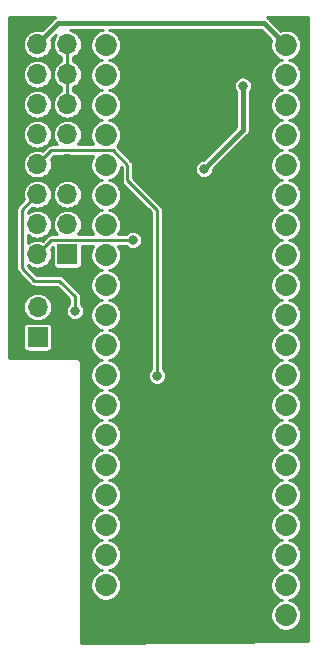
<source format=gbr>
G04 #@! TF.GenerationSoftware,KiCad,Pcbnew,(5.1.4)-1*
G04 #@! TF.CreationDate,2021-01-18T01:20:50+00:00*
G04 #@! TF.ProjectId,atari-pickup,61746172-692d-4706-9963-6b75702e6b69,rev?*
G04 #@! TF.SameCoordinates,Original*
G04 #@! TF.FileFunction,Copper,L2,Bot*
G04 #@! TF.FilePolarity,Positive*
%FSLAX46Y46*%
G04 Gerber Fmt 4.6, Leading zero omitted, Abs format (unit mm)*
G04 Created by KiCad (PCBNEW (5.1.4)-1) date 2021-01-18 01:20:50*
%MOMM*%
%LPD*%
G04 APERTURE LIST*
%ADD10C,1.854200*%
%ADD11R,1.700000X1.700000*%
%ADD12O,1.700000X1.700000*%
%ADD13C,0.800000*%
%ADD14C,0.400000*%
%ADD15C,0.250000*%
G04 APERTURE END LIST*
D10*
X149860000Y-55880000D03*
X149860000Y-58420000D03*
X149860000Y-60960000D03*
X149860000Y-63500000D03*
X149860000Y-66040000D03*
X149860000Y-68580000D03*
X149860000Y-71120000D03*
X149860000Y-73660000D03*
X149860000Y-76200000D03*
X149860000Y-78740000D03*
X149860000Y-81280000D03*
X149860000Y-83820000D03*
X149860000Y-86360000D03*
X149860000Y-88900000D03*
X149860000Y-91440000D03*
X149860000Y-93980000D03*
X149860000Y-96520000D03*
X149860000Y-99060000D03*
X149860000Y-101600000D03*
X149860000Y-104140000D03*
X134620000Y-104140000D03*
X134620000Y-101600000D03*
X134620000Y-99060000D03*
X134620000Y-96520000D03*
X134620000Y-93980000D03*
X134620000Y-91440000D03*
X134620000Y-88900000D03*
X134620000Y-86360000D03*
X134620000Y-83820000D03*
X134620000Y-81280000D03*
X134620000Y-76200000D03*
X134620000Y-73660000D03*
X134620000Y-71120000D03*
X134620000Y-68580000D03*
X134620000Y-66040000D03*
X134620000Y-63500000D03*
X134620000Y-60960000D03*
X134620000Y-58420000D03*
X134620000Y-55880000D03*
X134620000Y-78740000D03*
D11*
X131368800Y-73583800D03*
D12*
X128828800Y-73583800D03*
X131368800Y-71043800D03*
X128828800Y-71043800D03*
X131368800Y-68503800D03*
X128828800Y-68503800D03*
X131368800Y-65963800D03*
X128828800Y-65963800D03*
X131368800Y-63423800D03*
X128828800Y-63423800D03*
X131368800Y-60883800D03*
X128828800Y-60883800D03*
X131368800Y-58343800D03*
X128828800Y-58343800D03*
X131368800Y-55803800D03*
X128828800Y-55803800D03*
D11*
X128854200Y-80594200D03*
D12*
X128854200Y-78054200D03*
D13*
X141046200Y-65481200D03*
X143510000Y-62153800D03*
X136906000Y-72389996D03*
X132003800Y-78384400D03*
X138963400Y-83870800D03*
X146227800Y-59309000D03*
X142925800Y-66370200D03*
D14*
X132791200Y-102311200D02*
X134620000Y-104140000D01*
X132791200Y-82753200D02*
X132791200Y-102311200D01*
X130118799Y-67213801D02*
X128239199Y-67213801D01*
X131368800Y-65963800D02*
X130118799Y-67213801D01*
X128239199Y-67213801D02*
X126746000Y-68707000D01*
X126746000Y-68707000D02*
X126746000Y-81534000D01*
X126746000Y-81534000D02*
X127508000Y-82296000D01*
X132334000Y-82296000D02*
X132791200Y-82753200D01*
X127508000Y-82296000D02*
X132334000Y-82296000D01*
X141046200Y-64617600D02*
X143510000Y-62153800D01*
X141046200Y-65481200D02*
X141046200Y-64617600D01*
D15*
X136340315Y-72389996D02*
X136906000Y-72389996D01*
X128828800Y-73583800D02*
X130022604Y-72389996D01*
X130022604Y-72389996D02*
X136340315Y-72389996D01*
X132003800Y-77139800D02*
X132003800Y-78384400D01*
X130683000Y-75819000D02*
X132003800Y-77139800D01*
X128574800Y-75819000D02*
X130683000Y-75819000D01*
X127508000Y-74752200D02*
X128574800Y-75819000D01*
X128828800Y-68503800D02*
X127508000Y-69824600D01*
X127508000Y-69824600D02*
X127508000Y-74752200D01*
X129678799Y-65113801D02*
X128828800Y-65963800D01*
X138963400Y-83870800D02*
X138963400Y-69830909D01*
X138963400Y-69830909D02*
X136460390Y-67327899D01*
X136460390Y-66027280D02*
X135221009Y-64787899D01*
X135221009Y-64787899D02*
X130004701Y-64787899D01*
X136460390Y-67327899D02*
X136460390Y-66027280D01*
X130004701Y-64787899D02*
X129678799Y-65113801D01*
D14*
X128828800Y-55803800D02*
X130606800Y-54025800D01*
X148005800Y-54025800D02*
X149860000Y-55880000D01*
X130606800Y-54025800D02*
X148005800Y-54025800D01*
X146227800Y-63068200D02*
X146227800Y-59309000D01*
X142925800Y-66370200D02*
X146227800Y-63068200D01*
D15*
X131368800Y-57005881D02*
X131368800Y-60883800D01*
X131368800Y-55803800D02*
X131368800Y-57005881D01*
G36*
X130285802Y-53545392D02*
G01*
X130198246Y-53617246D01*
X130180239Y-53639188D01*
X129187069Y-54632359D01*
X129068942Y-54596525D01*
X128888978Y-54578800D01*
X128768622Y-54578800D01*
X128588658Y-54596525D01*
X128357745Y-54666572D01*
X128144934Y-54780322D01*
X127958403Y-54933403D01*
X127805322Y-55119934D01*
X127691572Y-55332745D01*
X127621525Y-55563658D01*
X127597873Y-55803800D01*
X127621525Y-56043942D01*
X127691572Y-56274855D01*
X127805322Y-56487666D01*
X127958403Y-56674197D01*
X128144934Y-56827278D01*
X128357745Y-56941028D01*
X128588658Y-57011075D01*
X128768622Y-57028800D01*
X128888978Y-57028800D01*
X129068942Y-57011075D01*
X129299855Y-56941028D01*
X129512666Y-56827278D01*
X129699197Y-56674197D01*
X129852278Y-56487666D01*
X129966028Y-56274855D01*
X130036075Y-56043942D01*
X130059727Y-55803800D01*
X130036075Y-55563658D01*
X130000241Y-55445531D01*
X130434486Y-55011287D01*
X130345322Y-55119934D01*
X130231572Y-55332745D01*
X130161525Y-55563658D01*
X130137873Y-55803800D01*
X130161525Y-56043942D01*
X130231572Y-56274855D01*
X130345322Y-56487666D01*
X130498403Y-56674197D01*
X130684934Y-56827278D01*
X130868801Y-56925557D01*
X130868801Y-56981312D01*
X130868800Y-56981322D01*
X130868800Y-57222043D01*
X130684934Y-57320322D01*
X130498403Y-57473403D01*
X130345322Y-57659934D01*
X130231572Y-57872745D01*
X130161525Y-58103658D01*
X130137873Y-58343800D01*
X130161525Y-58583942D01*
X130231572Y-58814855D01*
X130345322Y-59027666D01*
X130498403Y-59214197D01*
X130684934Y-59367278D01*
X130868801Y-59465557D01*
X130868801Y-59762043D01*
X130684934Y-59860322D01*
X130498403Y-60013403D01*
X130345322Y-60199934D01*
X130231572Y-60412745D01*
X130161525Y-60643658D01*
X130137873Y-60883800D01*
X130161525Y-61123942D01*
X130231572Y-61354855D01*
X130345322Y-61567666D01*
X130498403Y-61754197D01*
X130684934Y-61907278D01*
X130897745Y-62021028D01*
X131128658Y-62091075D01*
X131308622Y-62108800D01*
X131428978Y-62108800D01*
X131608942Y-62091075D01*
X131839855Y-62021028D01*
X132052666Y-61907278D01*
X132239197Y-61754197D01*
X132392278Y-61567666D01*
X132506028Y-61354855D01*
X132576075Y-61123942D01*
X132599727Y-60883800D01*
X132576075Y-60643658D01*
X132506028Y-60412745D01*
X132392278Y-60199934D01*
X132239197Y-60013403D01*
X132052666Y-59860322D01*
X131868800Y-59762043D01*
X131868800Y-59465557D01*
X132052666Y-59367278D01*
X132239197Y-59214197D01*
X132392278Y-59027666D01*
X132506028Y-58814855D01*
X132576075Y-58583942D01*
X132599727Y-58343800D01*
X132576075Y-58103658D01*
X132506028Y-57872745D01*
X132392278Y-57659934D01*
X132239197Y-57473403D01*
X132052666Y-57320322D01*
X131868800Y-57222043D01*
X131868800Y-56925557D01*
X132052666Y-56827278D01*
X132239197Y-56674197D01*
X132392278Y-56487666D01*
X132506028Y-56274855D01*
X132576075Y-56043942D01*
X132599727Y-55803800D01*
X132576075Y-55563658D01*
X132506028Y-55332745D01*
X132392278Y-55119934D01*
X132239197Y-54933403D01*
X132052666Y-54780322D01*
X131839855Y-54666572D01*
X131623035Y-54600800D01*
X134376628Y-54600800D01*
X134240192Y-54627939D01*
X134003225Y-54726094D01*
X133789960Y-54868593D01*
X133608593Y-55049960D01*
X133466094Y-55263225D01*
X133367939Y-55500192D01*
X133317900Y-55751754D01*
X133317900Y-56008246D01*
X133367939Y-56259808D01*
X133466094Y-56496775D01*
X133608593Y-56710040D01*
X133789960Y-56891407D01*
X134003225Y-57033906D01*
X134240192Y-57132061D01*
X134330377Y-57150000D01*
X134240192Y-57167939D01*
X134003225Y-57266094D01*
X133789960Y-57408593D01*
X133608593Y-57589960D01*
X133466094Y-57803225D01*
X133367939Y-58040192D01*
X133317900Y-58291754D01*
X133317900Y-58548246D01*
X133367939Y-58799808D01*
X133466094Y-59036775D01*
X133608593Y-59250040D01*
X133789960Y-59431407D01*
X134003225Y-59573906D01*
X134240192Y-59672061D01*
X134330377Y-59690000D01*
X134240192Y-59707939D01*
X134003225Y-59806094D01*
X133789960Y-59948593D01*
X133608593Y-60129960D01*
X133466094Y-60343225D01*
X133367939Y-60580192D01*
X133317900Y-60831754D01*
X133317900Y-61088246D01*
X133367939Y-61339808D01*
X133466094Y-61576775D01*
X133608593Y-61790040D01*
X133789960Y-61971407D01*
X134003225Y-62113906D01*
X134240192Y-62212061D01*
X134330377Y-62230000D01*
X134240192Y-62247939D01*
X134003225Y-62346094D01*
X133789960Y-62488593D01*
X133608593Y-62669960D01*
X133466094Y-62883225D01*
X133367939Y-63120192D01*
X133317900Y-63371754D01*
X133317900Y-63628246D01*
X133367939Y-63879808D01*
X133466094Y-64116775D01*
X133580435Y-64287899D01*
X132244366Y-64287899D01*
X132392278Y-64107666D01*
X132506028Y-63894855D01*
X132576075Y-63663942D01*
X132599727Y-63423800D01*
X132576075Y-63183658D01*
X132506028Y-62952745D01*
X132392278Y-62739934D01*
X132239197Y-62553403D01*
X132052666Y-62400322D01*
X131839855Y-62286572D01*
X131608942Y-62216525D01*
X131428978Y-62198800D01*
X131308622Y-62198800D01*
X131128658Y-62216525D01*
X130897745Y-62286572D01*
X130684934Y-62400322D01*
X130498403Y-62553403D01*
X130345322Y-62739934D01*
X130231572Y-62952745D01*
X130161525Y-63183658D01*
X130137873Y-63423800D01*
X130161525Y-63663942D01*
X130231572Y-63894855D01*
X130345322Y-64107666D01*
X130493234Y-64287899D01*
X130029260Y-64287899D01*
X130004700Y-64285480D01*
X129906683Y-64295134D01*
X129865644Y-64307583D01*
X129812434Y-64323724D01*
X129725572Y-64370153D01*
X129649437Y-64432635D01*
X129633772Y-64451723D01*
X129342618Y-64742877D01*
X129342612Y-64742882D01*
X129268449Y-64817045D01*
X129068942Y-64756525D01*
X128888978Y-64738800D01*
X128768622Y-64738800D01*
X128588658Y-64756525D01*
X128357745Y-64826572D01*
X128144934Y-64940322D01*
X127958403Y-65093403D01*
X127805322Y-65279934D01*
X127691572Y-65492745D01*
X127621525Y-65723658D01*
X127597873Y-65963800D01*
X127621525Y-66203942D01*
X127691572Y-66434855D01*
X127805322Y-66647666D01*
X127958403Y-66834197D01*
X128144934Y-66987278D01*
X128357745Y-67101028D01*
X128588658Y-67171075D01*
X128768622Y-67188800D01*
X128888978Y-67188800D01*
X129068942Y-67171075D01*
X129299855Y-67101028D01*
X129512666Y-66987278D01*
X129699197Y-66834197D01*
X129852278Y-66647666D01*
X129966028Y-66434855D01*
X130036075Y-66203942D01*
X130059727Y-65963800D01*
X130036075Y-65723658D01*
X129975555Y-65524151D01*
X130049718Y-65449988D01*
X130049723Y-65449982D01*
X130211806Y-65287899D01*
X133556516Y-65287899D01*
X133466094Y-65423225D01*
X133367939Y-65660192D01*
X133317900Y-65911754D01*
X133317900Y-66168246D01*
X133367939Y-66419808D01*
X133466094Y-66656775D01*
X133608593Y-66870040D01*
X133789960Y-67051407D01*
X134003225Y-67193906D01*
X134240192Y-67292061D01*
X134330377Y-67310000D01*
X134240192Y-67327939D01*
X134003225Y-67426094D01*
X133789960Y-67568593D01*
X133608593Y-67749960D01*
X133466094Y-67963225D01*
X133367939Y-68200192D01*
X133317900Y-68451754D01*
X133317900Y-68708246D01*
X133367939Y-68959808D01*
X133466094Y-69196775D01*
X133608593Y-69410040D01*
X133789960Y-69591407D01*
X134003225Y-69733906D01*
X134240192Y-69832061D01*
X134330377Y-69850000D01*
X134240192Y-69867939D01*
X134003225Y-69966094D01*
X133789960Y-70108593D01*
X133608593Y-70289960D01*
X133466094Y-70503225D01*
X133367939Y-70740192D01*
X133317900Y-70991754D01*
X133317900Y-71248246D01*
X133367939Y-71499808D01*
X133466094Y-71736775D01*
X133568473Y-71889996D01*
X132259058Y-71889996D01*
X132392278Y-71727666D01*
X132506028Y-71514855D01*
X132576075Y-71283942D01*
X132599727Y-71043800D01*
X132576075Y-70803658D01*
X132506028Y-70572745D01*
X132392278Y-70359934D01*
X132239197Y-70173403D01*
X132052666Y-70020322D01*
X131839855Y-69906572D01*
X131608942Y-69836525D01*
X131428978Y-69818800D01*
X131308622Y-69818800D01*
X131128658Y-69836525D01*
X130897745Y-69906572D01*
X130684934Y-70020322D01*
X130498403Y-70173403D01*
X130345322Y-70359934D01*
X130231572Y-70572745D01*
X130161525Y-70803658D01*
X130137873Y-71043800D01*
X130161525Y-71283942D01*
X130231572Y-71514855D01*
X130345322Y-71727666D01*
X130478542Y-71889996D01*
X130047164Y-71889996D01*
X130022604Y-71887577D01*
X129998044Y-71889996D01*
X129924587Y-71897231D01*
X129830337Y-71925821D01*
X129743475Y-71972250D01*
X129667340Y-72034732D01*
X129651684Y-72053809D01*
X129268449Y-72437045D01*
X129068942Y-72376525D01*
X128888978Y-72358800D01*
X128768622Y-72358800D01*
X128588658Y-72376525D01*
X128357745Y-72446572D01*
X128144934Y-72560322D01*
X128008000Y-72672700D01*
X128008000Y-71954900D01*
X128144934Y-72067278D01*
X128357745Y-72181028D01*
X128588658Y-72251075D01*
X128768622Y-72268800D01*
X128888978Y-72268800D01*
X129068942Y-72251075D01*
X129299855Y-72181028D01*
X129512666Y-72067278D01*
X129699197Y-71914197D01*
X129852278Y-71727666D01*
X129966028Y-71514855D01*
X130036075Y-71283942D01*
X130059727Y-71043800D01*
X130036075Y-70803658D01*
X129966028Y-70572745D01*
X129852278Y-70359934D01*
X129699197Y-70173403D01*
X129512666Y-70020322D01*
X129299855Y-69906572D01*
X129068942Y-69836525D01*
X128888978Y-69818800D01*
X128768622Y-69818800D01*
X128588658Y-69836525D01*
X128357745Y-69906572D01*
X128144934Y-70020322D01*
X128008000Y-70132700D01*
X128008000Y-70031705D01*
X128389151Y-69650555D01*
X128588658Y-69711075D01*
X128768622Y-69728800D01*
X128888978Y-69728800D01*
X129068942Y-69711075D01*
X129299855Y-69641028D01*
X129512666Y-69527278D01*
X129699197Y-69374197D01*
X129852278Y-69187666D01*
X129966028Y-68974855D01*
X130036075Y-68743942D01*
X130059727Y-68503800D01*
X130137873Y-68503800D01*
X130161525Y-68743942D01*
X130231572Y-68974855D01*
X130345322Y-69187666D01*
X130498403Y-69374197D01*
X130684934Y-69527278D01*
X130897745Y-69641028D01*
X131128658Y-69711075D01*
X131308622Y-69728800D01*
X131428978Y-69728800D01*
X131608942Y-69711075D01*
X131839855Y-69641028D01*
X132052666Y-69527278D01*
X132239197Y-69374197D01*
X132392278Y-69187666D01*
X132506028Y-68974855D01*
X132576075Y-68743942D01*
X132599727Y-68503800D01*
X132576075Y-68263658D01*
X132506028Y-68032745D01*
X132392278Y-67819934D01*
X132239197Y-67633403D01*
X132052666Y-67480322D01*
X131839855Y-67366572D01*
X131608942Y-67296525D01*
X131428978Y-67278800D01*
X131308622Y-67278800D01*
X131128658Y-67296525D01*
X130897745Y-67366572D01*
X130684934Y-67480322D01*
X130498403Y-67633403D01*
X130345322Y-67819934D01*
X130231572Y-68032745D01*
X130161525Y-68263658D01*
X130137873Y-68503800D01*
X130059727Y-68503800D01*
X130036075Y-68263658D01*
X129966028Y-68032745D01*
X129852278Y-67819934D01*
X129699197Y-67633403D01*
X129512666Y-67480322D01*
X129299855Y-67366572D01*
X129068942Y-67296525D01*
X128888978Y-67278800D01*
X128768622Y-67278800D01*
X128588658Y-67296525D01*
X128357745Y-67366572D01*
X128144934Y-67480322D01*
X127958403Y-67633403D01*
X127805322Y-67819934D01*
X127691572Y-68032745D01*
X127621525Y-68263658D01*
X127597873Y-68503800D01*
X127621525Y-68743942D01*
X127682045Y-68943449D01*
X127171824Y-69453671D01*
X127152736Y-69469336D01*
X127090254Y-69545471D01*
X127043825Y-69632334D01*
X127041912Y-69638641D01*
X127015235Y-69726583D01*
X127005581Y-69824600D01*
X127008000Y-69849160D01*
X127008001Y-74727630D01*
X127005581Y-74752200D01*
X127015235Y-74850217D01*
X127029700Y-74897900D01*
X127043826Y-74944467D01*
X127090255Y-75031329D01*
X127152737Y-75107464D01*
X127171819Y-75123124D01*
X128203875Y-76155181D01*
X128219536Y-76174264D01*
X128295671Y-76236746D01*
X128382533Y-76283175D01*
X128435743Y-76299316D01*
X128476782Y-76311765D01*
X128574799Y-76321419D01*
X128599359Y-76319000D01*
X130475895Y-76319000D01*
X131503800Y-77346907D01*
X131503801Y-77788383D01*
X131401818Y-77890366D01*
X131317004Y-78017300D01*
X131258583Y-78158341D01*
X131228800Y-78308069D01*
X131228800Y-78460731D01*
X131258583Y-78610459D01*
X131317004Y-78751500D01*
X131401818Y-78878434D01*
X131509766Y-78986382D01*
X131636700Y-79071196D01*
X131777741Y-79129617D01*
X131927469Y-79159400D01*
X132080131Y-79159400D01*
X132229859Y-79129617D01*
X132370900Y-79071196D01*
X132497834Y-78986382D01*
X132605782Y-78878434D01*
X132690596Y-78751500D01*
X132749017Y-78610459D01*
X132778800Y-78460731D01*
X132778800Y-78308069D01*
X132749017Y-78158341D01*
X132690596Y-78017300D01*
X132605782Y-77890366D01*
X132503800Y-77788384D01*
X132503800Y-77164349D01*
X132506218Y-77139799D01*
X132503800Y-77115249D01*
X132503800Y-77115240D01*
X132496565Y-77041783D01*
X132467975Y-76947533D01*
X132421546Y-76860671D01*
X132359064Y-76784536D01*
X132339987Y-76768880D01*
X131053929Y-75482824D01*
X131038264Y-75463736D01*
X130962129Y-75401254D01*
X130875267Y-75354825D01*
X130781017Y-75326235D01*
X130707560Y-75319000D01*
X130683000Y-75316581D01*
X130658440Y-75319000D01*
X128781906Y-75319000D01*
X128008000Y-74545095D01*
X128008000Y-74494900D01*
X128144934Y-74607278D01*
X128357745Y-74721028D01*
X128588658Y-74791075D01*
X128768622Y-74808800D01*
X128888978Y-74808800D01*
X129068942Y-74791075D01*
X129299855Y-74721028D01*
X129512666Y-74607278D01*
X129699197Y-74454197D01*
X129852278Y-74267666D01*
X129966028Y-74054855D01*
X130036075Y-73823942D01*
X130059727Y-73583800D01*
X130036075Y-73343658D01*
X129975555Y-73144151D01*
X130141986Y-72977721D01*
X130141986Y-74433800D01*
X130149226Y-74507313D01*
X130170669Y-74578000D01*
X130205491Y-74643147D01*
X130252352Y-74700248D01*
X130309453Y-74747109D01*
X130374600Y-74781931D01*
X130445287Y-74803374D01*
X130518800Y-74810614D01*
X132218800Y-74810614D01*
X132292313Y-74803374D01*
X132363000Y-74781931D01*
X132428147Y-74747109D01*
X132485248Y-74700248D01*
X132532109Y-74643147D01*
X132566931Y-74578000D01*
X132588374Y-74507313D01*
X132595614Y-74433800D01*
X132595614Y-72889996D01*
X133568478Y-72889996D01*
X133466094Y-73043225D01*
X133367939Y-73280192D01*
X133317900Y-73531754D01*
X133317900Y-73788246D01*
X133367939Y-74039808D01*
X133466094Y-74276775D01*
X133608593Y-74490040D01*
X133789960Y-74671407D01*
X134003225Y-74813906D01*
X134240192Y-74912061D01*
X134330377Y-74930000D01*
X134240192Y-74947939D01*
X134003225Y-75046094D01*
X133789960Y-75188593D01*
X133608593Y-75369960D01*
X133466094Y-75583225D01*
X133367939Y-75820192D01*
X133317900Y-76071754D01*
X133317900Y-76328246D01*
X133367939Y-76579808D01*
X133466094Y-76816775D01*
X133608593Y-77030040D01*
X133789960Y-77211407D01*
X134003225Y-77353906D01*
X134240192Y-77452061D01*
X134330377Y-77470000D01*
X134240192Y-77487939D01*
X134003225Y-77586094D01*
X133789960Y-77728593D01*
X133608593Y-77909960D01*
X133466094Y-78123225D01*
X133367939Y-78360192D01*
X133317900Y-78611754D01*
X133317900Y-78868246D01*
X133367939Y-79119808D01*
X133466094Y-79356775D01*
X133608593Y-79570040D01*
X133789960Y-79751407D01*
X134003225Y-79893906D01*
X134240192Y-79992061D01*
X134330377Y-80010000D01*
X134240192Y-80027939D01*
X134003225Y-80126094D01*
X133789960Y-80268593D01*
X133608593Y-80449960D01*
X133466094Y-80663225D01*
X133367939Y-80900192D01*
X133317900Y-81151754D01*
X133317900Y-81408246D01*
X133367939Y-81659808D01*
X133466094Y-81896775D01*
X133608593Y-82110040D01*
X133789960Y-82291407D01*
X134003225Y-82433906D01*
X134240192Y-82532061D01*
X134330377Y-82550000D01*
X134240192Y-82567939D01*
X134003225Y-82666094D01*
X133789960Y-82808593D01*
X133608593Y-82989960D01*
X133466094Y-83203225D01*
X133367939Y-83440192D01*
X133317900Y-83691754D01*
X133317900Y-83948246D01*
X133367939Y-84199808D01*
X133466094Y-84436775D01*
X133608593Y-84650040D01*
X133789960Y-84831407D01*
X134003225Y-84973906D01*
X134240192Y-85072061D01*
X134330377Y-85090000D01*
X134240192Y-85107939D01*
X134003225Y-85206094D01*
X133789960Y-85348593D01*
X133608593Y-85529960D01*
X133466094Y-85743225D01*
X133367939Y-85980192D01*
X133317900Y-86231754D01*
X133317900Y-86488246D01*
X133367939Y-86739808D01*
X133466094Y-86976775D01*
X133608593Y-87190040D01*
X133789960Y-87371407D01*
X134003225Y-87513906D01*
X134240192Y-87612061D01*
X134330377Y-87630000D01*
X134240192Y-87647939D01*
X134003225Y-87746094D01*
X133789960Y-87888593D01*
X133608593Y-88069960D01*
X133466094Y-88283225D01*
X133367939Y-88520192D01*
X133317900Y-88771754D01*
X133317900Y-89028246D01*
X133367939Y-89279808D01*
X133466094Y-89516775D01*
X133608593Y-89730040D01*
X133789960Y-89911407D01*
X134003225Y-90053906D01*
X134240192Y-90152061D01*
X134330377Y-90170000D01*
X134240192Y-90187939D01*
X134003225Y-90286094D01*
X133789960Y-90428593D01*
X133608593Y-90609960D01*
X133466094Y-90823225D01*
X133367939Y-91060192D01*
X133317900Y-91311754D01*
X133317900Y-91568246D01*
X133367939Y-91819808D01*
X133466094Y-92056775D01*
X133608593Y-92270040D01*
X133789960Y-92451407D01*
X134003225Y-92593906D01*
X134240192Y-92692061D01*
X134330377Y-92710000D01*
X134240192Y-92727939D01*
X134003225Y-92826094D01*
X133789960Y-92968593D01*
X133608593Y-93149960D01*
X133466094Y-93363225D01*
X133367939Y-93600192D01*
X133317900Y-93851754D01*
X133317900Y-94108246D01*
X133367939Y-94359808D01*
X133466094Y-94596775D01*
X133608593Y-94810040D01*
X133789960Y-94991407D01*
X134003225Y-95133906D01*
X134240192Y-95232061D01*
X134330377Y-95250000D01*
X134240192Y-95267939D01*
X134003225Y-95366094D01*
X133789960Y-95508593D01*
X133608593Y-95689960D01*
X133466094Y-95903225D01*
X133367939Y-96140192D01*
X133317900Y-96391754D01*
X133317900Y-96648246D01*
X133367939Y-96899808D01*
X133466094Y-97136775D01*
X133608593Y-97350040D01*
X133789960Y-97531407D01*
X134003225Y-97673906D01*
X134240192Y-97772061D01*
X134330377Y-97790000D01*
X134240192Y-97807939D01*
X134003225Y-97906094D01*
X133789960Y-98048593D01*
X133608593Y-98229960D01*
X133466094Y-98443225D01*
X133367939Y-98680192D01*
X133317900Y-98931754D01*
X133317900Y-99188246D01*
X133367939Y-99439808D01*
X133466094Y-99676775D01*
X133608593Y-99890040D01*
X133789960Y-100071407D01*
X134003225Y-100213906D01*
X134240192Y-100312061D01*
X134330377Y-100330000D01*
X134240192Y-100347939D01*
X134003225Y-100446094D01*
X133789960Y-100588593D01*
X133608593Y-100769960D01*
X133466094Y-100983225D01*
X133367939Y-101220192D01*
X133317900Y-101471754D01*
X133317900Y-101728246D01*
X133367939Y-101979808D01*
X133466094Y-102216775D01*
X133608593Y-102430040D01*
X133789960Y-102611407D01*
X134003225Y-102753906D01*
X134240192Y-102852061D01*
X134491754Y-102902100D01*
X134748246Y-102902100D01*
X134999808Y-102852061D01*
X135236775Y-102753906D01*
X135450040Y-102611407D01*
X135631407Y-102430040D01*
X135773906Y-102216775D01*
X135872061Y-101979808D01*
X135922100Y-101728246D01*
X135922100Y-101471754D01*
X135872061Y-101220192D01*
X135773906Y-100983225D01*
X135631407Y-100769960D01*
X135450040Y-100588593D01*
X135236775Y-100446094D01*
X134999808Y-100347939D01*
X134909623Y-100330000D01*
X134999808Y-100312061D01*
X135236775Y-100213906D01*
X135450040Y-100071407D01*
X135631407Y-99890040D01*
X135773906Y-99676775D01*
X135872061Y-99439808D01*
X135922100Y-99188246D01*
X135922100Y-98931754D01*
X135872061Y-98680192D01*
X135773906Y-98443225D01*
X135631407Y-98229960D01*
X135450040Y-98048593D01*
X135236775Y-97906094D01*
X134999808Y-97807939D01*
X134909623Y-97790000D01*
X134999808Y-97772061D01*
X135236775Y-97673906D01*
X135450040Y-97531407D01*
X135631407Y-97350040D01*
X135773906Y-97136775D01*
X135872061Y-96899808D01*
X135922100Y-96648246D01*
X135922100Y-96391754D01*
X135872061Y-96140192D01*
X135773906Y-95903225D01*
X135631407Y-95689960D01*
X135450040Y-95508593D01*
X135236775Y-95366094D01*
X134999808Y-95267939D01*
X134909623Y-95250000D01*
X134999808Y-95232061D01*
X135236775Y-95133906D01*
X135450040Y-94991407D01*
X135631407Y-94810040D01*
X135773906Y-94596775D01*
X135872061Y-94359808D01*
X135922100Y-94108246D01*
X135922100Y-93851754D01*
X135872061Y-93600192D01*
X135773906Y-93363225D01*
X135631407Y-93149960D01*
X135450040Y-92968593D01*
X135236775Y-92826094D01*
X134999808Y-92727939D01*
X134909623Y-92710000D01*
X134999808Y-92692061D01*
X135236775Y-92593906D01*
X135450040Y-92451407D01*
X135631407Y-92270040D01*
X135773906Y-92056775D01*
X135872061Y-91819808D01*
X135922100Y-91568246D01*
X135922100Y-91311754D01*
X135872061Y-91060192D01*
X135773906Y-90823225D01*
X135631407Y-90609960D01*
X135450040Y-90428593D01*
X135236775Y-90286094D01*
X134999808Y-90187939D01*
X134909623Y-90170000D01*
X134999808Y-90152061D01*
X135236775Y-90053906D01*
X135450040Y-89911407D01*
X135631407Y-89730040D01*
X135773906Y-89516775D01*
X135872061Y-89279808D01*
X135922100Y-89028246D01*
X135922100Y-88771754D01*
X135872061Y-88520192D01*
X135773906Y-88283225D01*
X135631407Y-88069960D01*
X135450040Y-87888593D01*
X135236775Y-87746094D01*
X134999808Y-87647939D01*
X134909623Y-87630000D01*
X134999808Y-87612061D01*
X135236775Y-87513906D01*
X135450040Y-87371407D01*
X135631407Y-87190040D01*
X135773906Y-86976775D01*
X135872061Y-86739808D01*
X135922100Y-86488246D01*
X135922100Y-86231754D01*
X135872061Y-85980192D01*
X135773906Y-85743225D01*
X135631407Y-85529960D01*
X135450040Y-85348593D01*
X135236775Y-85206094D01*
X134999808Y-85107939D01*
X134909623Y-85090000D01*
X134999808Y-85072061D01*
X135236775Y-84973906D01*
X135450040Y-84831407D01*
X135631407Y-84650040D01*
X135773906Y-84436775D01*
X135872061Y-84199808D01*
X135922100Y-83948246D01*
X135922100Y-83691754D01*
X135872061Y-83440192D01*
X135773906Y-83203225D01*
X135631407Y-82989960D01*
X135450040Y-82808593D01*
X135236775Y-82666094D01*
X134999808Y-82567939D01*
X134909623Y-82550000D01*
X134999808Y-82532061D01*
X135236775Y-82433906D01*
X135450040Y-82291407D01*
X135631407Y-82110040D01*
X135773906Y-81896775D01*
X135872061Y-81659808D01*
X135922100Y-81408246D01*
X135922100Y-81151754D01*
X135872061Y-80900192D01*
X135773906Y-80663225D01*
X135631407Y-80449960D01*
X135450040Y-80268593D01*
X135236775Y-80126094D01*
X134999808Y-80027939D01*
X134909623Y-80010000D01*
X134999808Y-79992061D01*
X135236775Y-79893906D01*
X135450040Y-79751407D01*
X135631407Y-79570040D01*
X135773906Y-79356775D01*
X135872061Y-79119808D01*
X135922100Y-78868246D01*
X135922100Y-78611754D01*
X135872061Y-78360192D01*
X135773906Y-78123225D01*
X135631407Y-77909960D01*
X135450040Y-77728593D01*
X135236775Y-77586094D01*
X134999808Y-77487939D01*
X134909623Y-77470000D01*
X134999808Y-77452061D01*
X135236775Y-77353906D01*
X135450040Y-77211407D01*
X135631407Y-77030040D01*
X135773906Y-76816775D01*
X135872061Y-76579808D01*
X135922100Y-76328246D01*
X135922100Y-76071754D01*
X135872061Y-75820192D01*
X135773906Y-75583225D01*
X135631407Y-75369960D01*
X135450040Y-75188593D01*
X135236775Y-75046094D01*
X134999808Y-74947939D01*
X134909623Y-74930000D01*
X134999808Y-74912061D01*
X135236775Y-74813906D01*
X135450040Y-74671407D01*
X135631407Y-74490040D01*
X135773906Y-74276775D01*
X135872061Y-74039808D01*
X135922100Y-73788246D01*
X135922100Y-73531754D01*
X135872061Y-73280192D01*
X135773906Y-73043225D01*
X135671522Y-72889996D01*
X136309984Y-72889996D01*
X136411966Y-72991978D01*
X136538900Y-73076792D01*
X136679941Y-73135213D01*
X136829669Y-73164996D01*
X136982331Y-73164996D01*
X137132059Y-73135213D01*
X137273100Y-73076792D01*
X137400034Y-72991978D01*
X137507982Y-72884030D01*
X137592796Y-72757096D01*
X137651217Y-72616055D01*
X137681000Y-72466327D01*
X137681000Y-72313665D01*
X137651217Y-72163937D01*
X137592796Y-72022896D01*
X137507982Y-71895962D01*
X137400034Y-71788014D01*
X137273100Y-71703200D01*
X137132059Y-71644779D01*
X136982331Y-71614996D01*
X136829669Y-71614996D01*
X136679941Y-71644779D01*
X136538900Y-71703200D01*
X136411966Y-71788014D01*
X136309984Y-71889996D01*
X135671527Y-71889996D01*
X135773906Y-71736775D01*
X135872061Y-71499808D01*
X135922100Y-71248246D01*
X135922100Y-70991754D01*
X135872061Y-70740192D01*
X135773906Y-70503225D01*
X135631407Y-70289960D01*
X135450040Y-70108593D01*
X135236775Y-69966094D01*
X134999808Y-69867939D01*
X134909623Y-69850000D01*
X134999808Y-69832061D01*
X135236775Y-69733906D01*
X135450040Y-69591407D01*
X135631407Y-69410040D01*
X135773906Y-69196775D01*
X135872061Y-68959808D01*
X135922100Y-68708246D01*
X135922100Y-68451754D01*
X135872061Y-68200192D01*
X135773906Y-67963225D01*
X135631407Y-67749960D01*
X135450040Y-67568593D01*
X135236775Y-67426094D01*
X134999808Y-67327939D01*
X134909623Y-67310000D01*
X134999808Y-67292061D01*
X135236775Y-67193906D01*
X135450040Y-67051407D01*
X135631407Y-66870040D01*
X135773906Y-66656775D01*
X135872061Y-66419808D01*
X135917479Y-66191476D01*
X135960391Y-66234388D01*
X135960390Y-67303339D01*
X135957971Y-67327899D01*
X135960390Y-67352458D01*
X135967625Y-67425915D01*
X135996215Y-67520165D01*
X136042644Y-67607028D01*
X136105126Y-67683163D01*
X136124214Y-67698828D01*
X138463401Y-70038017D01*
X138463400Y-83274784D01*
X138361418Y-83376766D01*
X138276604Y-83503700D01*
X138218183Y-83644741D01*
X138188400Y-83794469D01*
X138188400Y-83947131D01*
X138218183Y-84096859D01*
X138276604Y-84237900D01*
X138361418Y-84364834D01*
X138469366Y-84472782D01*
X138596300Y-84557596D01*
X138737341Y-84616017D01*
X138887069Y-84645800D01*
X139039731Y-84645800D01*
X139189459Y-84616017D01*
X139330500Y-84557596D01*
X139457434Y-84472782D01*
X139565382Y-84364834D01*
X139650196Y-84237900D01*
X139708617Y-84096859D01*
X139738400Y-83947131D01*
X139738400Y-83794469D01*
X139708617Y-83644741D01*
X139650196Y-83503700D01*
X139565382Y-83376766D01*
X139463400Y-83274784D01*
X139463400Y-69855469D01*
X139465819Y-69830909D01*
X139456165Y-69732892D01*
X139454924Y-69728800D01*
X139427575Y-69638642D01*
X139381146Y-69551780D01*
X139318664Y-69475645D01*
X139299587Y-69459989D01*
X136960390Y-67120794D01*
X136960390Y-66293869D01*
X142150800Y-66293869D01*
X142150800Y-66446531D01*
X142180583Y-66596259D01*
X142239004Y-66737300D01*
X142323818Y-66864234D01*
X142431766Y-66972182D01*
X142558700Y-67056996D01*
X142699741Y-67115417D01*
X142849469Y-67145200D01*
X143002131Y-67145200D01*
X143151859Y-67115417D01*
X143292900Y-67056996D01*
X143419834Y-66972182D01*
X143527782Y-66864234D01*
X143612596Y-66737300D01*
X143671017Y-66596259D01*
X143700800Y-66446531D01*
X143700800Y-66408372D01*
X146614413Y-63494760D01*
X146636354Y-63476754D01*
X146670582Y-63435047D01*
X146708208Y-63389199D01*
X146761601Y-63289308D01*
X146793649Y-63183658D01*
X146794480Y-63180920D01*
X146802800Y-63096446D01*
X146802800Y-63096444D01*
X146805582Y-63068201D01*
X146802800Y-63039958D01*
X146802800Y-59830016D01*
X146829782Y-59803034D01*
X146914596Y-59676100D01*
X146973017Y-59535059D01*
X147002800Y-59385331D01*
X147002800Y-59232669D01*
X146973017Y-59082941D01*
X146914596Y-58941900D01*
X146829782Y-58814966D01*
X146721834Y-58707018D01*
X146594900Y-58622204D01*
X146453859Y-58563783D01*
X146304131Y-58534000D01*
X146151469Y-58534000D01*
X146001741Y-58563783D01*
X145860700Y-58622204D01*
X145733766Y-58707018D01*
X145625818Y-58814966D01*
X145541004Y-58941900D01*
X145482583Y-59082941D01*
X145452800Y-59232669D01*
X145452800Y-59385331D01*
X145482583Y-59535059D01*
X145541004Y-59676100D01*
X145625818Y-59803034D01*
X145652801Y-59830017D01*
X145652800Y-62830027D01*
X142887628Y-65595200D01*
X142849469Y-65595200D01*
X142699741Y-65624983D01*
X142558700Y-65683404D01*
X142431766Y-65768218D01*
X142323818Y-65876166D01*
X142239004Y-66003100D01*
X142180583Y-66144141D01*
X142150800Y-66293869D01*
X136960390Y-66293869D01*
X136960390Y-66051829D01*
X136962808Y-66027279D01*
X136960390Y-66002729D01*
X136960390Y-66002720D01*
X136953155Y-65929263D01*
X136924565Y-65835013D01*
X136878136Y-65748151D01*
X136815654Y-65672016D01*
X136796577Y-65656360D01*
X135591938Y-64451723D01*
X135576273Y-64432635D01*
X135550205Y-64411242D01*
X135631407Y-64330040D01*
X135773906Y-64116775D01*
X135872061Y-63879808D01*
X135922100Y-63628246D01*
X135922100Y-63371754D01*
X135872061Y-63120192D01*
X135773906Y-62883225D01*
X135631407Y-62669960D01*
X135450040Y-62488593D01*
X135236775Y-62346094D01*
X134999808Y-62247939D01*
X134909623Y-62230000D01*
X134999808Y-62212061D01*
X135236775Y-62113906D01*
X135450040Y-61971407D01*
X135631407Y-61790040D01*
X135773906Y-61576775D01*
X135872061Y-61339808D01*
X135922100Y-61088246D01*
X135922100Y-60831754D01*
X135872061Y-60580192D01*
X135773906Y-60343225D01*
X135631407Y-60129960D01*
X135450040Y-59948593D01*
X135236775Y-59806094D01*
X134999808Y-59707939D01*
X134909623Y-59690000D01*
X134999808Y-59672061D01*
X135236775Y-59573906D01*
X135450040Y-59431407D01*
X135631407Y-59250040D01*
X135773906Y-59036775D01*
X135872061Y-58799808D01*
X135922100Y-58548246D01*
X135922100Y-58291754D01*
X135872061Y-58040192D01*
X135773906Y-57803225D01*
X135631407Y-57589960D01*
X135450040Y-57408593D01*
X135236775Y-57266094D01*
X134999808Y-57167939D01*
X134909623Y-57150000D01*
X134999808Y-57132061D01*
X135236775Y-57033906D01*
X135450040Y-56891407D01*
X135631407Y-56710040D01*
X135773906Y-56496775D01*
X135872061Y-56259808D01*
X135922100Y-56008246D01*
X135922100Y-55751754D01*
X135872061Y-55500192D01*
X135773906Y-55263225D01*
X135631407Y-55049960D01*
X135450040Y-54868593D01*
X135236775Y-54726094D01*
X134999808Y-54627939D01*
X134863372Y-54600800D01*
X147767628Y-54600800D01*
X148625243Y-55458416D01*
X148607939Y-55500192D01*
X148557900Y-55751754D01*
X148557900Y-56008246D01*
X148607939Y-56259808D01*
X148706094Y-56496775D01*
X148848593Y-56710040D01*
X149029960Y-56891407D01*
X149243225Y-57033906D01*
X149480192Y-57132061D01*
X149570377Y-57150000D01*
X149480192Y-57167939D01*
X149243225Y-57266094D01*
X149029960Y-57408593D01*
X148848593Y-57589960D01*
X148706094Y-57803225D01*
X148607939Y-58040192D01*
X148557900Y-58291754D01*
X148557900Y-58548246D01*
X148607939Y-58799808D01*
X148706094Y-59036775D01*
X148848593Y-59250040D01*
X149029960Y-59431407D01*
X149243225Y-59573906D01*
X149480192Y-59672061D01*
X149570377Y-59690000D01*
X149480192Y-59707939D01*
X149243225Y-59806094D01*
X149029960Y-59948593D01*
X148848593Y-60129960D01*
X148706094Y-60343225D01*
X148607939Y-60580192D01*
X148557900Y-60831754D01*
X148557900Y-61088246D01*
X148607939Y-61339808D01*
X148706094Y-61576775D01*
X148848593Y-61790040D01*
X149029960Y-61971407D01*
X149243225Y-62113906D01*
X149480192Y-62212061D01*
X149570377Y-62230000D01*
X149480192Y-62247939D01*
X149243225Y-62346094D01*
X149029960Y-62488593D01*
X148848593Y-62669960D01*
X148706094Y-62883225D01*
X148607939Y-63120192D01*
X148557900Y-63371754D01*
X148557900Y-63628246D01*
X148607939Y-63879808D01*
X148706094Y-64116775D01*
X148848593Y-64330040D01*
X149029960Y-64511407D01*
X149243225Y-64653906D01*
X149480192Y-64752061D01*
X149570377Y-64770000D01*
X149480192Y-64787939D01*
X149243225Y-64886094D01*
X149029960Y-65028593D01*
X148848593Y-65209960D01*
X148706094Y-65423225D01*
X148607939Y-65660192D01*
X148557900Y-65911754D01*
X148557900Y-66168246D01*
X148607939Y-66419808D01*
X148706094Y-66656775D01*
X148848593Y-66870040D01*
X149029960Y-67051407D01*
X149243225Y-67193906D01*
X149480192Y-67292061D01*
X149570377Y-67310000D01*
X149480192Y-67327939D01*
X149243225Y-67426094D01*
X149029960Y-67568593D01*
X148848593Y-67749960D01*
X148706094Y-67963225D01*
X148607939Y-68200192D01*
X148557900Y-68451754D01*
X148557900Y-68708246D01*
X148607939Y-68959808D01*
X148706094Y-69196775D01*
X148848593Y-69410040D01*
X149029960Y-69591407D01*
X149243225Y-69733906D01*
X149480192Y-69832061D01*
X149570377Y-69850000D01*
X149480192Y-69867939D01*
X149243225Y-69966094D01*
X149029960Y-70108593D01*
X148848593Y-70289960D01*
X148706094Y-70503225D01*
X148607939Y-70740192D01*
X148557900Y-70991754D01*
X148557900Y-71248246D01*
X148607939Y-71499808D01*
X148706094Y-71736775D01*
X148848593Y-71950040D01*
X149029960Y-72131407D01*
X149243225Y-72273906D01*
X149480192Y-72372061D01*
X149570377Y-72390000D01*
X149480192Y-72407939D01*
X149243225Y-72506094D01*
X149029960Y-72648593D01*
X148848593Y-72829960D01*
X148706094Y-73043225D01*
X148607939Y-73280192D01*
X148557900Y-73531754D01*
X148557900Y-73788246D01*
X148607939Y-74039808D01*
X148706094Y-74276775D01*
X148848593Y-74490040D01*
X149029960Y-74671407D01*
X149243225Y-74813906D01*
X149480192Y-74912061D01*
X149570377Y-74930000D01*
X149480192Y-74947939D01*
X149243225Y-75046094D01*
X149029960Y-75188593D01*
X148848593Y-75369960D01*
X148706094Y-75583225D01*
X148607939Y-75820192D01*
X148557900Y-76071754D01*
X148557900Y-76328246D01*
X148607939Y-76579808D01*
X148706094Y-76816775D01*
X148848593Y-77030040D01*
X149029960Y-77211407D01*
X149243225Y-77353906D01*
X149480192Y-77452061D01*
X149570377Y-77470000D01*
X149480192Y-77487939D01*
X149243225Y-77586094D01*
X149029960Y-77728593D01*
X148848593Y-77909960D01*
X148706094Y-78123225D01*
X148607939Y-78360192D01*
X148557900Y-78611754D01*
X148557900Y-78868246D01*
X148607939Y-79119808D01*
X148706094Y-79356775D01*
X148848593Y-79570040D01*
X149029960Y-79751407D01*
X149243225Y-79893906D01*
X149480192Y-79992061D01*
X149570377Y-80010000D01*
X149480192Y-80027939D01*
X149243225Y-80126094D01*
X149029960Y-80268593D01*
X148848593Y-80449960D01*
X148706094Y-80663225D01*
X148607939Y-80900192D01*
X148557900Y-81151754D01*
X148557900Y-81408246D01*
X148607939Y-81659808D01*
X148706094Y-81896775D01*
X148848593Y-82110040D01*
X149029960Y-82291407D01*
X149243225Y-82433906D01*
X149480192Y-82532061D01*
X149570377Y-82550000D01*
X149480192Y-82567939D01*
X149243225Y-82666094D01*
X149029960Y-82808593D01*
X148848593Y-82989960D01*
X148706094Y-83203225D01*
X148607939Y-83440192D01*
X148557900Y-83691754D01*
X148557900Y-83948246D01*
X148607939Y-84199808D01*
X148706094Y-84436775D01*
X148848593Y-84650040D01*
X149029960Y-84831407D01*
X149243225Y-84973906D01*
X149480192Y-85072061D01*
X149570377Y-85090000D01*
X149480192Y-85107939D01*
X149243225Y-85206094D01*
X149029960Y-85348593D01*
X148848593Y-85529960D01*
X148706094Y-85743225D01*
X148607939Y-85980192D01*
X148557900Y-86231754D01*
X148557900Y-86488246D01*
X148607939Y-86739808D01*
X148706094Y-86976775D01*
X148848593Y-87190040D01*
X149029960Y-87371407D01*
X149243225Y-87513906D01*
X149480192Y-87612061D01*
X149570377Y-87630000D01*
X149480192Y-87647939D01*
X149243225Y-87746094D01*
X149029960Y-87888593D01*
X148848593Y-88069960D01*
X148706094Y-88283225D01*
X148607939Y-88520192D01*
X148557900Y-88771754D01*
X148557900Y-89028246D01*
X148607939Y-89279808D01*
X148706094Y-89516775D01*
X148848593Y-89730040D01*
X149029960Y-89911407D01*
X149243225Y-90053906D01*
X149480192Y-90152061D01*
X149570377Y-90170000D01*
X149480192Y-90187939D01*
X149243225Y-90286094D01*
X149029960Y-90428593D01*
X148848593Y-90609960D01*
X148706094Y-90823225D01*
X148607939Y-91060192D01*
X148557900Y-91311754D01*
X148557900Y-91568246D01*
X148607939Y-91819808D01*
X148706094Y-92056775D01*
X148848593Y-92270040D01*
X149029960Y-92451407D01*
X149243225Y-92593906D01*
X149480192Y-92692061D01*
X149570377Y-92710000D01*
X149480192Y-92727939D01*
X149243225Y-92826094D01*
X149029960Y-92968593D01*
X148848593Y-93149960D01*
X148706094Y-93363225D01*
X148607939Y-93600192D01*
X148557900Y-93851754D01*
X148557900Y-94108246D01*
X148607939Y-94359808D01*
X148706094Y-94596775D01*
X148848593Y-94810040D01*
X149029960Y-94991407D01*
X149243225Y-95133906D01*
X149480192Y-95232061D01*
X149570377Y-95250000D01*
X149480192Y-95267939D01*
X149243225Y-95366094D01*
X149029960Y-95508593D01*
X148848593Y-95689960D01*
X148706094Y-95903225D01*
X148607939Y-96140192D01*
X148557900Y-96391754D01*
X148557900Y-96648246D01*
X148607939Y-96899808D01*
X148706094Y-97136775D01*
X148848593Y-97350040D01*
X149029960Y-97531407D01*
X149243225Y-97673906D01*
X149480192Y-97772061D01*
X149570377Y-97790000D01*
X149480192Y-97807939D01*
X149243225Y-97906094D01*
X149029960Y-98048593D01*
X148848593Y-98229960D01*
X148706094Y-98443225D01*
X148607939Y-98680192D01*
X148557900Y-98931754D01*
X148557900Y-99188246D01*
X148607939Y-99439808D01*
X148706094Y-99676775D01*
X148848593Y-99890040D01*
X149029960Y-100071407D01*
X149243225Y-100213906D01*
X149480192Y-100312061D01*
X149570377Y-100330000D01*
X149480192Y-100347939D01*
X149243225Y-100446094D01*
X149029960Y-100588593D01*
X148848593Y-100769960D01*
X148706094Y-100983225D01*
X148607939Y-101220192D01*
X148557900Y-101471754D01*
X148557900Y-101728246D01*
X148607939Y-101979808D01*
X148706094Y-102216775D01*
X148848593Y-102430040D01*
X149029960Y-102611407D01*
X149243225Y-102753906D01*
X149480192Y-102852061D01*
X149570377Y-102870000D01*
X149480192Y-102887939D01*
X149243225Y-102986094D01*
X149029960Y-103128593D01*
X148848593Y-103309960D01*
X148706094Y-103523225D01*
X148607939Y-103760192D01*
X148557900Y-104011754D01*
X148557900Y-104268246D01*
X148607939Y-104519808D01*
X148706094Y-104756775D01*
X148848593Y-104970040D01*
X149029960Y-105151407D01*
X149243225Y-105293906D01*
X149480192Y-105392061D01*
X149731754Y-105442100D01*
X149988246Y-105442100D01*
X150239808Y-105392061D01*
X150476775Y-105293906D01*
X150690040Y-105151407D01*
X150871407Y-104970040D01*
X151013906Y-104756775D01*
X151112061Y-104519808D01*
X151162100Y-104268246D01*
X151162100Y-104011754D01*
X151112061Y-103760192D01*
X151013906Y-103523225D01*
X150871407Y-103309960D01*
X150690040Y-103128593D01*
X150476775Y-102986094D01*
X150239808Y-102887939D01*
X150149623Y-102870000D01*
X150239808Y-102852061D01*
X150476775Y-102753906D01*
X150690040Y-102611407D01*
X150871407Y-102430040D01*
X151013906Y-102216775D01*
X151112061Y-101979808D01*
X151162100Y-101728246D01*
X151162100Y-101471754D01*
X151112061Y-101220192D01*
X151013906Y-100983225D01*
X150871407Y-100769960D01*
X150690040Y-100588593D01*
X150476775Y-100446094D01*
X150239808Y-100347939D01*
X150149623Y-100330000D01*
X150239808Y-100312061D01*
X150476775Y-100213906D01*
X150690040Y-100071407D01*
X150871407Y-99890040D01*
X151013906Y-99676775D01*
X151112061Y-99439808D01*
X151162100Y-99188246D01*
X151162100Y-98931754D01*
X151112061Y-98680192D01*
X151013906Y-98443225D01*
X150871407Y-98229960D01*
X150690040Y-98048593D01*
X150476775Y-97906094D01*
X150239808Y-97807939D01*
X150149623Y-97790000D01*
X150239808Y-97772061D01*
X150476775Y-97673906D01*
X150690040Y-97531407D01*
X150871407Y-97350040D01*
X151013906Y-97136775D01*
X151112061Y-96899808D01*
X151162100Y-96648246D01*
X151162100Y-96391754D01*
X151112061Y-96140192D01*
X151013906Y-95903225D01*
X150871407Y-95689960D01*
X150690040Y-95508593D01*
X150476775Y-95366094D01*
X150239808Y-95267939D01*
X150149623Y-95250000D01*
X150239808Y-95232061D01*
X150476775Y-95133906D01*
X150690040Y-94991407D01*
X150871407Y-94810040D01*
X151013906Y-94596775D01*
X151112061Y-94359808D01*
X151162100Y-94108246D01*
X151162100Y-93851754D01*
X151112061Y-93600192D01*
X151013906Y-93363225D01*
X150871407Y-93149960D01*
X150690040Y-92968593D01*
X150476775Y-92826094D01*
X150239808Y-92727939D01*
X150149623Y-92710000D01*
X150239808Y-92692061D01*
X150476775Y-92593906D01*
X150690040Y-92451407D01*
X150871407Y-92270040D01*
X151013906Y-92056775D01*
X151112061Y-91819808D01*
X151162100Y-91568246D01*
X151162100Y-91311754D01*
X151112061Y-91060192D01*
X151013906Y-90823225D01*
X150871407Y-90609960D01*
X150690040Y-90428593D01*
X150476775Y-90286094D01*
X150239808Y-90187939D01*
X150149623Y-90170000D01*
X150239808Y-90152061D01*
X150476775Y-90053906D01*
X150690040Y-89911407D01*
X150871407Y-89730040D01*
X151013906Y-89516775D01*
X151112061Y-89279808D01*
X151162100Y-89028246D01*
X151162100Y-88771754D01*
X151112061Y-88520192D01*
X151013906Y-88283225D01*
X150871407Y-88069960D01*
X150690040Y-87888593D01*
X150476775Y-87746094D01*
X150239808Y-87647939D01*
X150149623Y-87630000D01*
X150239808Y-87612061D01*
X150476775Y-87513906D01*
X150690040Y-87371407D01*
X150871407Y-87190040D01*
X151013906Y-86976775D01*
X151112061Y-86739808D01*
X151162100Y-86488246D01*
X151162100Y-86231754D01*
X151112061Y-85980192D01*
X151013906Y-85743225D01*
X150871407Y-85529960D01*
X150690040Y-85348593D01*
X150476775Y-85206094D01*
X150239808Y-85107939D01*
X150149623Y-85090000D01*
X150239808Y-85072061D01*
X150476775Y-84973906D01*
X150690040Y-84831407D01*
X150871407Y-84650040D01*
X151013906Y-84436775D01*
X151112061Y-84199808D01*
X151162100Y-83948246D01*
X151162100Y-83691754D01*
X151112061Y-83440192D01*
X151013906Y-83203225D01*
X150871407Y-82989960D01*
X150690040Y-82808593D01*
X150476775Y-82666094D01*
X150239808Y-82567939D01*
X150149623Y-82550000D01*
X150239808Y-82532061D01*
X150476775Y-82433906D01*
X150690040Y-82291407D01*
X150871407Y-82110040D01*
X151013906Y-81896775D01*
X151112061Y-81659808D01*
X151162100Y-81408246D01*
X151162100Y-81151754D01*
X151112061Y-80900192D01*
X151013906Y-80663225D01*
X150871407Y-80449960D01*
X150690040Y-80268593D01*
X150476775Y-80126094D01*
X150239808Y-80027939D01*
X150149623Y-80010000D01*
X150239808Y-79992061D01*
X150476775Y-79893906D01*
X150690040Y-79751407D01*
X150871407Y-79570040D01*
X151013906Y-79356775D01*
X151112061Y-79119808D01*
X151162100Y-78868246D01*
X151162100Y-78611754D01*
X151112061Y-78360192D01*
X151013906Y-78123225D01*
X150871407Y-77909960D01*
X150690040Y-77728593D01*
X150476775Y-77586094D01*
X150239808Y-77487939D01*
X150149623Y-77470000D01*
X150239808Y-77452061D01*
X150476775Y-77353906D01*
X150690040Y-77211407D01*
X150871407Y-77030040D01*
X151013906Y-76816775D01*
X151112061Y-76579808D01*
X151162100Y-76328246D01*
X151162100Y-76071754D01*
X151112061Y-75820192D01*
X151013906Y-75583225D01*
X150871407Y-75369960D01*
X150690040Y-75188593D01*
X150476775Y-75046094D01*
X150239808Y-74947939D01*
X150149623Y-74930000D01*
X150239808Y-74912061D01*
X150476775Y-74813906D01*
X150690040Y-74671407D01*
X150871407Y-74490040D01*
X151013906Y-74276775D01*
X151112061Y-74039808D01*
X151162100Y-73788246D01*
X151162100Y-73531754D01*
X151112061Y-73280192D01*
X151013906Y-73043225D01*
X150871407Y-72829960D01*
X150690040Y-72648593D01*
X150476775Y-72506094D01*
X150239808Y-72407939D01*
X150149623Y-72390000D01*
X150239808Y-72372061D01*
X150476775Y-72273906D01*
X150690040Y-72131407D01*
X150871407Y-71950040D01*
X151013906Y-71736775D01*
X151112061Y-71499808D01*
X151162100Y-71248246D01*
X151162100Y-70991754D01*
X151112061Y-70740192D01*
X151013906Y-70503225D01*
X150871407Y-70289960D01*
X150690040Y-70108593D01*
X150476775Y-69966094D01*
X150239808Y-69867939D01*
X150149623Y-69850000D01*
X150239808Y-69832061D01*
X150476775Y-69733906D01*
X150690040Y-69591407D01*
X150871407Y-69410040D01*
X151013906Y-69196775D01*
X151112061Y-68959808D01*
X151162100Y-68708246D01*
X151162100Y-68451754D01*
X151112061Y-68200192D01*
X151013906Y-67963225D01*
X150871407Y-67749960D01*
X150690040Y-67568593D01*
X150476775Y-67426094D01*
X150239808Y-67327939D01*
X150149623Y-67310000D01*
X150239808Y-67292061D01*
X150476775Y-67193906D01*
X150690040Y-67051407D01*
X150871407Y-66870040D01*
X151013906Y-66656775D01*
X151112061Y-66419808D01*
X151162100Y-66168246D01*
X151162100Y-65911754D01*
X151112061Y-65660192D01*
X151013906Y-65423225D01*
X150871407Y-65209960D01*
X150690040Y-65028593D01*
X150476775Y-64886094D01*
X150239808Y-64787939D01*
X150149623Y-64770000D01*
X150239808Y-64752061D01*
X150476775Y-64653906D01*
X150690040Y-64511407D01*
X150871407Y-64330040D01*
X151013906Y-64116775D01*
X151112061Y-63879808D01*
X151162100Y-63628246D01*
X151162100Y-63371754D01*
X151112061Y-63120192D01*
X151013906Y-62883225D01*
X150871407Y-62669960D01*
X150690040Y-62488593D01*
X150476775Y-62346094D01*
X150239808Y-62247939D01*
X150149623Y-62230000D01*
X150239808Y-62212061D01*
X150476775Y-62113906D01*
X150690040Y-61971407D01*
X150871407Y-61790040D01*
X151013906Y-61576775D01*
X151112061Y-61339808D01*
X151162100Y-61088246D01*
X151162100Y-60831754D01*
X151112061Y-60580192D01*
X151013906Y-60343225D01*
X150871407Y-60129960D01*
X150690040Y-59948593D01*
X150476775Y-59806094D01*
X150239808Y-59707939D01*
X150149623Y-59690000D01*
X150239808Y-59672061D01*
X150476775Y-59573906D01*
X150690040Y-59431407D01*
X150871407Y-59250040D01*
X151013906Y-59036775D01*
X151112061Y-58799808D01*
X151162100Y-58548246D01*
X151162100Y-58291754D01*
X151112061Y-58040192D01*
X151013906Y-57803225D01*
X150871407Y-57589960D01*
X150690040Y-57408593D01*
X150476775Y-57266094D01*
X150239808Y-57167939D01*
X150149623Y-57150000D01*
X150239808Y-57132061D01*
X150476775Y-57033906D01*
X150690040Y-56891407D01*
X150871407Y-56710040D01*
X151013906Y-56496775D01*
X151112061Y-56259808D01*
X151162100Y-56008246D01*
X151162100Y-55751754D01*
X151112061Y-55500192D01*
X151013906Y-55263225D01*
X150871407Y-55049960D01*
X150690040Y-54868593D01*
X150476775Y-54726094D01*
X150239808Y-54627939D01*
X149988246Y-54577900D01*
X149731754Y-54577900D01*
X149480192Y-54627939D01*
X149438416Y-54645243D01*
X148432365Y-53639193D01*
X148414354Y-53617246D01*
X148326798Y-53545392D01*
X148309227Y-53536000D01*
X151767000Y-53536000D01*
X151767000Y-106302231D01*
X133408349Y-106484000D01*
X132530000Y-106484000D01*
X132530000Y-82826104D01*
X132532177Y-82804000D01*
X132523489Y-82715785D01*
X132497757Y-82630959D01*
X132455971Y-82552784D01*
X132399737Y-82484263D01*
X132331216Y-82428029D01*
X132253041Y-82386243D01*
X132168215Y-82360511D01*
X132102105Y-82354000D01*
X132080000Y-82351823D01*
X132057896Y-82354000D01*
X126434000Y-82354000D01*
X126434000Y-79744200D01*
X127627386Y-79744200D01*
X127627386Y-81444200D01*
X127634626Y-81517713D01*
X127656069Y-81588400D01*
X127690891Y-81653547D01*
X127737752Y-81710648D01*
X127794853Y-81757509D01*
X127860000Y-81792331D01*
X127930687Y-81813774D01*
X128004200Y-81821014D01*
X129704200Y-81821014D01*
X129777713Y-81813774D01*
X129848400Y-81792331D01*
X129913547Y-81757509D01*
X129970648Y-81710648D01*
X130017509Y-81653547D01*
X130052331Y-81588400D01*
X130073774Y-81517713D01*
X130081014Y-81444200D01*
X130081014Y-79744200D01*
X130073774Y-79670687D01*
X130052331Y-79600000D01*
X130017509Y-79534853D01*
X129970648Y-79477752D01*
X129913547Y-79430891D01*
X129848400Y-79396069D01*
X129777713Y-79374626D01*
X129704200Y-79367386D01*
X128004200Y-79367386D01*
X127930687Y-79374626D01*
X127860000Y-79396069D01*
X127794853Y-79430891D01*
X127737752Y-79477752D01*
X127690891Y-79534853D01*
X127656069Y-79600000D01*
X127634626Y-79670687D01*
X127627386Y-79744200D01*
X126434000Y-79744200D01*
X126434000Y-78054200D01*
X127623273Y-78054200D01*
X127646925Y-78294342D01*
X127716972Y-78525255D01*
X127830722Y-78738066D01*
X127983803Y-78924597D01*
X128170334Y-79077678D01*
X128383145Y-79191428D01*
X128614058Y-79261475D01*
X128794022Y-79279200D01*
X128914378Y-79279200D01*
X129094342Y-79261475D01*
X129325255Y-79191428D01*
X129538066Y-79077678D01*
X129724597Y-78924597D01*
X129877678Y-78738066D01*
X129991428Y-78525255D01*
X130061475Y-78294342D01*
X130085127Y-78054200D01*
X130061475Y-77814058D01*
X129991428Y-77583145D01*
X129877678Y-77370334D01*
X129724597Y-77183803D01*
X129538066Y-77030722D01*
X129325255Y-76916972D01*
X129094342Y-76846925D01*
X128914378Y-76829200D01*
X128794022Y-76829200D01*
X128614058Y-76846925D01*
X128383145Y-76916972D01*
X128170334Y-77030722D01*
X127983803Y-77183803D01*
X127830722Y-77370334D01*
X127716972Y-77583145D01*
X127646925Y-77814058D01*
X127623273Y-78054200D01*
X126434000Y-78054200D01*
X126434000Y-63423800D01*
X127597873Y-63423800D01*
X127621525Y-63663942D01*
X127691572Y-63894855D01*
X127805322Y-64107666D01*
X127958403Y-64294197D01*
X128144934Y-64447278D01*
X128357745Y-64561028D01*
X128588658Y-64631075D01*
X128768622Y-64648800D01*
X128888978Y-64648800D01*
X129068942Y-64631075D01*
X129299855Y-64561028D01*
X129512666Y-64447278D01*
X129699197Y-64294197D01*
X129852278Y-64107666D01*
X129966028Y-63894855D01*
X130036075Y-63663942D01*
X130059727Y-63423800D01*
X130036075Y-63183658D01*
X129966028Y-62952745D01*
X129852278Y-62739934D01*
X129699197Y-62553403D01*
X129512666Y-62400322D01*
X129299855Y-62286572D01*
X129068942Y-62216525D01*
X128888978Y-62198800D01*
X128768622Y-62198800D01*
X128588658Y-62216525D01*
X128357745Y-62286572D01*
X128144934Y-62400322D01*
X127958403Y-62553403D01*
X127805322Y-62739934D01*
X127691572Y-62952745D01*
X127621525Y-63183658D01*
X127597873Y-63423800D01*
X126434000Y-63423800D01*
X126434000Y-60883800D01*
X127597873Y-60883800D01*
X127621525Y-61123942D01*
X127691572Y-61354855D01*
X127805322Y-61567666D01*
X127958403Y-61754197D01*
X128144934Y-61907278D01*
X128357745Y-62021028D01*
X128588658Y-62091075D01*
X128768622Y-62108800D01*
X128888978Y-62108800D01*
X129068942Y-62091075D01*
X129299855Y-62021028D01*
X129512666Y-61907278D01*
X129699197Y-61754197D01*
X129852278Y-61567666D01*
X129966028Y-61354855D01*
X130036075Y-61123942D01*
X130059727Y-60883800D01*
X130036075Y-60643658D01*
X129966028Y-60412745D01*
X129852278Y-60199934D01*
X129699197Y-60013403D01*
X129512666Y-59860322D01*
X129299855Y-59746572D01*
X129068942Y-59676525D01*
X128888978Y-59658800D01*
X128768622Y-59658800D01*
X128588658Y-59676525D01*
X128357745Y-59746572D01*
X128144934Y-59860322D01*
X127958403Y-60013403D01*
X127805322Y-60199934D01*
X127691572Y-60412745D01*
X127621525Y-60643658D01*
X127597873Y-60883800D01*
X126434000Y-60883800D01*
X126434000Y-58343800D01*
X127597873Y-58343800D01*
X127621525Y-58583942D01*
X127691572Y-58814855D01*
X127805322Y-59027666D01*
X127958403Y-59214197D01*
X128144934Y-59367278D01*
X128357745Y-59481028D01*
X128588658Y-59551075D01*
X128768622Y-59568800D01*
X128888978Y-59568800D01*
X129068942Y-59551075D01*
X129299855Y-59481028D01*
X129512666Y-59367278D01*
X129699197Y-59214197D01*
X129852278Y-59027666D01*
X129966028Y-58814855D01*
X130036075Y-58583942D01*
X130059727Y-58343800D01*
X130036075Y-58103658D01*
X129966028Y-57872745D01*
X129852278Y-57659934D01*
X129699197Y-57473403D01*
X129512666Y-57320322D01*
X129299855Y-57206572D01*
X129068942Y-57136525D01*
X128888978Y-57118800D01*
X128768622Y-57118800D01*
X128588658Y-57136525D01*
X128357745Y-57206572D01*
X128144934Y-57320322D01*
X127958403Y-57473403D01*
X127805322Y-57659934D01*
X127691572Y-57872745D01*
X127621525Y-58103658D01*
X127597873Y-58343800D01*
X126434000Y-58343800D01*
X126434000Y-53536000D01*
X130303373Y-53536000D01*
X130285802Y-53545392D01*
X130285802Y-53545392D01*
G37*
X130285802Y-53545392D02*
X130198246Y-53617246D01*
X130180239Y-53639188D01*
X129187069Y-54632359D01*
X129068942Y-54596525D01*
X128888978Y-54578800D01*
X128768622Y-54578800D01*
X128588658Y-54596525D01*
X128357745Y-54666572D01*
X128144934Y-54780322D01*
X127958403Y-54933403D01*
X127805322Y-55119934D01*
X127691572Y-55332745D01*
X127621525Y-55563658D01*
X127597873Y-55803800D01*
X127621525Y-56043942D01*
X127691572Y-56274855D01*
X127805322Y-56487666D01*
X127958403Y-56674197D01*
X128144934Y-56827278D01*
X128357745Y-56941028D01*
X128588658Y-57011075D01*
X128768622Y-57028800D01*
X128888978Y-57028800D01*
X129068942Y-57011075D01*
X129299855Y-56941028D01*
X129512666Y-56827278D01*
X129699197Y-56674197D01*
X129852278Y-56487666D01*
X129966028Y-56274855D01*
X130036075Y-56043942D01*
X130059727Y-55803800D01*
X130036075Y-55563658D01*
X130000241Y-55445531D01*
X130434486Y-55011287D01*
X130345322Y-55119934D01*
X130231572Y-55332745D01*
X130161525Y-55563658D01*
X130137873Y-55803800D01*
X130161525Y-56043942D01*
X130231572Y-56274855D01*
X130345322Y-56487666D01*
X130498403Y-56674197D01*
X130684934Y-56827278D01*
X130868801Y-56925557D01*
X130868801Y-56981312D01*
X130868800Y-56981322D01*
X130868800Y-57222043D01*
X130684934Y-57320322D01*
X130498403Y-57473403D01*
X130345322Y-57659934D01*
X130231572Y-57872745D01*
X130161525Y-58103658D01*
X130137873Y-58343800D01*
X130161525Y-58583942D01*
X130231572Y-58814855D01*
X130345322Y-59027666D01*
X130498403Y-59214197D01*
X130684934Y-59367278D01*
X130868801Y-59465557D01*
X130868801Y-59762043D01*
X130684934Y-59860322D01*
X130498403Y-60013403D01*
X130345322Y-60199934D01*
X130231572Y-60412745D01*
X130161525Y-60643658D01*
X130137873Y-60883800D01*
X130161525Y-61123942D01*
X130231572Y-61354855D01*
X130345322Y-61567666D01*
X130498403Y-61754197D01*
X130684934Y-61907278D01*
X130897745Y-62021028D01*
X131128658Y-62091075D01*
X131308622Y-62108800D01*
X131428978Y-62108800D01*
X131608942Y-62091075D01*
X131839855Y-62021028D01*
X132052666Y-61907278D01*
X132239197Y-61754197D01*
X132392278Y-61567666D01*
X132506028Y-61354855D01*
X132576075Y-61123942D01*
X132599727Y-60883800D01*
X132576075Y-60643658D01*
X132506028Y-60412745D01*
X132392278Y-60199934D01*
X132239197Y-60013403D01*
X132052666Y-59860322D01*
X131868800Y-59762043D01*
X131868800Y-59465557D01*
X132052666Y-59367278D01*
X132239197Y-59214197D01*
X132392278Y-59027666D01*
X132506028Y-58814855D01*
X132576075Y-58583942D01*
X132599727Y-58343800D01*
X132576075Y-58103658D01*
X132506028Y-57872745D01*
X132392278Y-57659934D01*
X132239197Y-57473403D01*
X132052666Y-57320322D01*
X131868800Y-57222043D01*
X131868800Y-56925557D01*
X132052666Y-56827278D01*
X132239197Y-56674197D01*
X132392278Y-56487666D01*
X132506028Y-56274855D01*
X132576075Y-56043942D01*
X132599727Y-55803800D01*
X132576075Y-55563658D01*
X132506028Y-55332745D01*
X132392278Y-55119934D01*
X132239197Y-54933403D01*
X132052666Y-54780322D01*
X131839855Y-54666572D01*
X131623035Y-54600800D01*
X134376628Y-54600800D01*
X134240192Y-54627939D01*
X134003225Y-54726094D01*
X133789960Y-54868593D01*
X133608593Y-55049960D01*
X133466094Y-55263225D01*
X133367939Y-55500192D01*
X133317900Y-55751754D01*
X133317900Y-56008246D01*
X133367939Y-56259808D01*
X133466094Y-56496775D01*
X133608593Y-56710040D01*
X133789960Y-56891407D01*
X134003225Y-57033906D01*
X134240192Y-57132061D01*
X134330377Y-57150000D01*
X134240192Y-57167939D01*
X134003225Y-57266094D01*
X133789960Y-57408593D01*
X133608593Y-57589960D01*
X133466094Y-57803225D01*
X133367939Y-58040192D01*
X133317900Y-58291754D01*
X133317900Y-58548246D01*
X133367939Y-58799808D01*
X133466094Y-59036775D01*
X133608593Y-59250040D01*
X133789960Y-59431407D01*
X134003225Y-59573906D01*
X134240192Y-59672061D01*
X134330377Y-59690000D01*
X134240192Y-59707939D01*
X134003225Y-59806094D01*
X133789960Y-59948593D01*
X133608593Y-60129960D01*
X133466094Y-60343225D01*
X133367939Y-60580192D01*
X133317900Y-60831754D01*
X133317900Y-61088246D01*
X133367939Y-61339808D01*
X133466094Y-61576775D01*
X133608593Y-61790040D01*
X133789960Y-61971407D01*
X134003225Y-62113906D01*
X134240192Y-62212061D01*
X134330377Y-62230000D01*
X134240192Y-62247939D01*
X134003225Y-62346094D01*
X133789960Y-62488593D01*
X133608593Y-62669960D01*
X133466094Y-62883225D01*
X133367939Y-63120192D01*
X133317900Y-63371754D01*
X133317900Y-63628246D01*
X133367939Y-63879808D01*
X133466094Y-64116775D01*
X133580435Y-64287899D01*
X132244366Y-64287899D01*
X132392278Y-64107666D01*
X132506028Y-63894855D01*
X132576075Y-63663942D01*
X132599727Y-63423800D01*
X132576075Y-63183658D01*
X132506028Y-62952745D01*
X132392278Y-62739934D01*
X132239197Y-62553403D01*
X132052666Y-62400322D01*
X131839855Y-62286572D01*
X131608942Y-62216525D01*
X131428978Y-62198800D01*
X131308622Y-62198800D01*
X131128658Y-62216525D01*
X130897745Y-62286572D01*
X130684934Y-62400322D01*
X130498403Y-62553403D01*
X130345322Y-62739934D01*
X130231572Y-62952745D01*
X130161525Y-63183658D01*
X130137873Y-63423800D01*
X130161525Y-63663942D01*
X130231572Y-63894855D01*
X130345322Y-64107666D01*
X130493234Y-64287899D01*
X130029260Y-64287899D01*
X130004700Y-64285480D01*
X129906683Y-64295134D01*
X129865644Y-64307583D01*
X129812434Y-64323724D01*
X129725572Y-64370153D01*
X129649437Y-64432635D01*
X129633772Y-64451723D01*
X129342618Y-64742877D01*
X129342612Y-64742882D01*
X129268449Y-64817045D01*
X129068942Y-64756525D01*
X128888978Y-64738800D01*
X128768622Y-64738800D01*
X128588658Y-64756525D01*
X128357745Y-64826572D01*
X128144934Y-64940322D01*
X127958403Y-65093403D01*
X127805322Y-65279934D01*
X127691572Y-65492745D01*
X127621525Y-65723658D01*
X127597873Y-65963800D01*
X127621525Y-66203942D01*
X127691572Y-66434855D01*
X127805322Y-66647666D01*
X127958403Y-66834197D01*
X128144934Y-66987278D01*
X128357745Y-67101028D01*
X128588658Y-67171075D01*
X128768622Y-67188800D01*
X128888978Y-67188800D01*
X129068942Y-67171075D01*
X129299855Y-67101028D01*
X129512666Y-66987278D01*
X129699197Y-66834197D01*
X129852278Y-66647666D01*
X129966028Y-66434855D01*
X130036075Y-66203942D01*
X130059727Y-65963800D01*
X130036075Y-65723658D01*
X129975555Y-65524151D01*
X130049718Y-65449988D01*
X130049723Y-65449982D01*
X130211806Y-65287899D01*
X133556516Y-65287899D01*
X133466094Y-65423225D01*
X133367939Y-65660192D01*
X133317900Y-65911754D01*
X133317900Y-66168246D01*
X133367939Y-66419808D01*
X133466094Y-66656775D01*
X133608593Y-66870040D01*
X133789960Y-67051407D01*
X134003225Y-67193906D01*
X134240192Y-67292061D01*
X134330377Y-67310000D01*
X134240192Y-67327939D01*
X134003225Y-67426094D01*
X133789960Y-67568593D01*
X133608593Y-67749960D01*
X133466094Y-67963225D01*
X133367939Y-68200192D01*
X133317900Y-68451754D01*
X133317900Y-68708246D01*
X133367939Y-68959808D01*
X133466094Y-69196775D01*
X133608593Y-69410040D01*
X133789960Y-69591407D01*
X134003225Y-69733906D01*
X134240192Y-69832061D01*
X134330377Y-69850000D01*
X134240192Y-69867939D01*
X134003225Y-69966094D01*
X133789960Y-70108593D01*
X133608593Y-70289960D01*
X133466094Y-70503225D01*
X133367939Y-70740192D01*
X133317900Y-70991754D01*
X133317900Y-71248246D01*
X133367939Y-71499808D01*
X133466094Y-71736775D01*
X133568473Y-71889996D01*
X132259058Y-71889996D01*
X132392278Y-71727666D01*
X132506028Y-71514855D01*
X132576075Y-71283942D01*
X132599727Y-71043800D01*
X132576075Y-70803658D01*
X132506028Y-70572745D01*
X132392278Y-70359934D01*
X132239197Y-70173403D01*
X132052666Y-70020322D01*
X131839855Y-69906572D01*
X131608942Y-69836525D01*
X131428978Y-69818800D01*
X131308622Y-69818800D01*
X131128658Y-69836525D01*
X130897745Y-69906572D01*
X130684934Y-70020322D01*
X130498403Y-70173403D01*
X130345322Y-70359934D01*
X130231572Y-70572745D01*
X130161525Y-70803658D01*
X130137873Y-71043800D01*
X130161525Y-71283942D01*
X130231572Y-71514855D01*
X130345322Y-71727666D01*
X130478542Y-71889996D01*
X130047164Y-71889996D01*
X130022604Y-71887577D01*
X129998044Y-71889996D01*
X129924587Y-71897231D01*
X129830337Y-71925821D01*
X129743475Y-71972250D01*
X129667340Y-72034732D01*
X129651684Y-72053809D01*
X129268449Y-72437045D01*
X129068942Y-72376525D01*
X128888978Y-72358800D01*
X128768622Y-72358800D01*
X128588658Y-72376525D01*
X128357745Y-72446572D01*
X128144934Y-72560322D01*
X128008000Y-72672700D01*
X128008000Y-71954900D01*
X128144934Y-72067278D01*
X128357745Y-72181028D01*
X128588658Y-72251075D01*
X128768622Y-72268800D01*
X128888978Y-72268800D01*
X129068942Y-72251075D01*
X129299855Y-72181028D01*
X129512666Y-72067278D01*
X129699197Y-71914197D01*
X129852278Y-71727666D01*
X129966028Y-71514855D01*
X130036075Y-71283942D01*
X130059727Y-71043800D01*
X130036075Y-70803658D01*
X129966028Y-70572745D01*
X129852278Y-70359934D01*
X129699197Y-70173403D01*
X129512666Y-70020322D01*
X129299855Y-69906572D01*
X129068942Y-69836525D01*
X128888978Y-69818800D01*
X128768622Y-69818800D01*
X128588658Y-69836525D01*
X128357745Y-69906572D01*
X128144934Y-70020322D01*
X128008000Y-70132700D01*
X128008000Y-70031705D01*
X128389151Y-69650555D01*
X128588658Y-69711075D01*
X128768622Y-69728800D01*
X128888978Y-69728800D01*
X129068942Y-69711075D01*
X129299855Y-69641028D01*
X129512666Y-69527278D01*
X129699197Y-69374197D01*
X129852278Y-69187666D01*
X129966028Y-68974855D01*
X130036075Y-68743942D01*
X130059727Y-68503800D01*
X130137873Y-68503800D01*
X130161525Y-68743942D01*
X130231572Y-68974855D01*
X130345322Y-69187666D01*
X130498403Y-69374197D01*
X130684934Y-69527278D01*
X130897745Y-69641028D01*
X131128658Y-69711075D01*
X131308622Y-69728800D01*
X131428978Y-69728800D01*
X131608942Y-69711075D01*
X131839855Y-69641028D01*
X132052666Y-69527278D01*
X132239197Y-69374197D01*
X132392278Y-69187666D01*
X132506028Y-68974855D01*
X132576075Y-68743942D01*
X132599727Y-68503800D01*
X132576075Y-68263658D01*
X132506028Y-68032745D01*
X132392278Y-67819934D01*
X132239197Y-67633403D01*
X132052666Y-67480322D01*
X131839855Y-67366572D01*
X131608942Y-67296525D01*
X131428978Y-67278800D01*
X131308622Y-67278800D01*
X131128658Y-67296525D01*
X130897745Y-67366572D01*
X130684934Y-67480322D01*
X130498403Y-67633403D01*
X130345322Y-67819934D01*
X130231572Y-68032745D01*
X130161525Y-68263658D01*
X130137873Y-68503800D01*
X130059727Y-68503800D01*
X130036075Y-68263658D01*
X129966028Y-68032745D01*
X129852278Y-67819934D01*
X129699197Y-67633403D01*
X129512666Y-67480322D01*
X129299855Y-67366572D01*
X129068942Y-67296525D01*
X128888978Y-67278800D01*
X128768622Y-67278800D01*
X128588658Y-67296525D01*
X128357745Y-67366572D01*
X128144934Y-67480322D01*
X127958403Y-67633403D01*
X127805322Y-67819934D01*
X127691572Y-68032745D01*
X127621525Y-68263658D01*
X127597873Y-68503800D01*
X127621525Y-68743942D01*
X127682045Y-68943449D01*
X127171824Y-69453671D01*
X127152736Y-69469336D01*
X127090254Y-69545471D01*
X127043825Y-69632334D01*
X127041912Y-69638641D01*
X127015235Y-69726583D01*
X127005581Y-69824600D01*
X127008000Y-69849160D01*
X127008001Y-74727630D01*
X127005581Y-74752200D01*
X127015235Y-74850217D01*
X127029700Y-74897900D01*
X127043826Y-74944467D01*
X127090255Y-75031329D01*
X127152737Y-75107464D01*
X127171819Y-75123124D01*
X128203875Y-76155181D01*
X128219536Y-76174264D01*
X128295671Y-76236746D01*
X128382533Y-76283175D01*
X128435743Y-76299316D01*
X128476782Y-76311765D01*
X128574799Y-76321419D01*
X128599359Y-76319000D01*
X130475895Y-76319000D01*
X131503800Y-77346907D01*
X131503801Y-77788383D01*
X131401818Y-77890366D01*
X131317004Y-78017300D01*
X131258583Y-78158341D01*
X131228800Y-78308069D01*
X131228800Y-78460731D01*
X131258583Y-78610459D01*
X131317004Y-78751500D01*
X131401818Y-78878434D01*
X131509766Y-78986382D01*
X131636700Y-79071196D01*
X131777741Y-79129617D01*
X131927469Y-79159400D01*
X132080131Y-79159400D01*
X132229859Y-79129617D01*
X132370900Y-79071196D01*
X132497834Y-78986382D01*
X132605782Y-78878434D01*
X132690596Y-78751500D01*
X132749017Y-78610459D01*
X132778800Y-78460731D01*
X132778800Y-78308069D01*
X132749017Y-78158341D01*
X132690596Y-78017300D01*
X132605782Y-77890366D01*
X132503800Y-77788384D01*
X132503800Y-77164349D01*
X132506218Y-77139799D01*
X132503800Y-77115249D01*
X132503800Y-77115240D01*
X132496565Y-77041783D01*
X132467975Y-76947533D01*
X132421546Y-76860671D01*
X132359064Y-76784536D01*
X132339987Y-76768880D01*
X131053929Y-75482824D01*
X131038264Y-75463736D01*
X130962129Y-75401254D01*
X130875267Y-75354825D01*
X130781017Y-75326235D01*
X130707560Y-75319000D01*
X130683000Y-75316581D01*
X130658440Y-75319000D01*
X128781906Y-75319000D01*
X128008000Y-74545095D01*
X128008000Y-74494900D01*
X128144934Y-74607278D01*
X128357745Y-74721028D01*
X128588658Y-74791075D01*
X128768622Y-74808800D01*
X128888978Y-74808800D01*
X129068942Y-74791075D01*
X129299855Y-74721028D01*
X129512666Y-74607278D01*
X129699197Y-74454197D01*
X129852278Y-74267666D01*
X129966028Y-74054855D01*
X130036075Y-73823942D01*
X130059727Y-73583800D01*
X130036075Y-73343658D01*
X129975555Y-73144151D01*
X130141986Y-72977721D01*
X130141986Y-74433800D01*
X130149226Y-74507313D01*
X130170669Y-74578000D01*
X130205491Y-74643147D01*
X130252352Y-74700248D01*
X130309453Y-74747109D01*
X130374600Y-74781931D01*
X130445287Y-74803374D01*
X130518800Y-74810614D01*
X132218800Y-74810614D01*
X132292313Y-74803374D01*
X132363000Y-74781931D01*
X132428147Y-74747109D01*
X132485248Y-74700248D01*
X132532109Y-74643147D01*
X132566931Y-74578000D01*
X132588374Y-74507313D01*
X132595614Y-74433800D01*
X132595614Y-72889996D01*
X133568478Y-72889996D01*
X133466094Y-73043225D01*
X133367939Y-73280192D01*
X133317900Y-73531754D01*
X133317900Y-73788246D01*
X133367939Y-74039808D01*
X133466094Y-74276775D01*
X133608593Y-74490040D01*
X133789960Y-74671407D01*
X134003225Y-74813906D01*
X134240192Y-74912061D01*
X134330377Y-74930000D01*
X134240192Y-74947939D01*
X134003225Y-75046094D01*
X133789960Y-75188593D01*
X133608593Y-75369960D01*
X133466094Y-75583225D01*
X133367939Y-75820192D01*
X133317900Y-76071754D01*
X133317900Y-76328246D01*
X133367939Y-76579808D01*
X133466094Y-76816775D01*
X133608593Y-77030040D01*
X133789960Y-77211407D01*
X134003225Y-77353906D01*
X134240192Y-77452061D01*
X134330377Y-77470000D01*
X134240192Y-77487939D01*
X134003225Y-77586094D01*
X133789960Y-77728593D01*
X133608593Y-77909960D01*
X133466094Y-78123225D01*
X133367939Y-78360192D01*
X133317900Y-78611754D01*
X133317900Y-78868246D01*
X133367939Y-79119808D01*
X133466094Y-79356775D01*
X133608593Y-79570040D01*
X133789960Y-79751407D01*
X134003225Y-79893906D01*
X134240192Y-79992061D01*
X134330377Y-80010000D01*
X134240192Y-80027939D01*
X134003225Y-80126094D01*
X133789960Y-80268593D01*
X133608593Y-80449960D01*
X133466094Y-80663225D01*
X133367939Y-80900192D01*
X133317900Y-81151754D01*
X133317900Y-81408246D01*
X133367939Y-81659808D01*
X133466094Y-81896775D01*
X133608593Y-82110040D01*
X133789960Y-82291407D01*
X134003225Y-82433906D01*
X134240192Y-82532061D01*
X134330377Y-82550000D01*
X134240192Y-82567939D01*
X134003225Y-82666094D01*
X133789960Y-82808593D01*
X133608593Y-82989960D01*
X133466094Y-83203225D01*
X133367939Y-83440192D01*
X133317900Y-83691754D01*
X133317900Y-83948246D01*
X133367939Y-84199808D01*
X133466094Y-84436775D01*
X133608593Y-84650040D01*
X133789960Y-84831407D01*
X134003225Y-84973906D01*
X134240192Y-85072061D01*
X134330377Y-85090000D01*
X134240192Y-85107939D01*
X134003225Y-85206094D01*
X133789960Y-85348593D01*
X133608593Y-85529960D01*
X133466094Y-85743225D01*
X133367939Y-85980192D01*
X133317900Y-86231754D01*
X133317900Y-86488246D01*
X133367939Y-86739808D01*
X133466094Y-86976775D01*
X133608593Y-87190040D01*
X133789960Y-87371407D01*
X134003225Y-87513906D01*
X134240192Y-87612061D01*
X134330377Y-87630000D01*
X134240192Y-87647939D01*
X134003225Y-87746094D01*
X133789960Y-87888593D01*
X133608593Y-88069960D01*
X133466094Y-88283225D01*
X133367939Y-88520192D01*
X133317900Y-88771754D01*
X133317900Y-89028246D01*
X133367939Y-89279808D01*
X133466094Y-89516775D01*
X133608593Y-89730040D01*
X133789960Y-89911407D01*
X134003225Y-90053906D01*
X134240192Y-90152061D01*
X134330377Y-90170000D01*
X134240192Y-90187939D01*
X134003225Y-90286094D01*
X133789960Y-90428593D01*
X133608593Y-90609960D01*
X133466094Y-90823225D01*
X133367939Y-91060192D01*
X133317900Y-91311754D01*
X133317900Y-91568246D01*
X133367939Y-91819808D01*
X133466094Y-92056775D01*
X133608593Y-92270040D01*
X133789960Y-92451407D01*
X134003225Y-92593906D01*
X134240192Y-92692061D01*
X134330377Y-92710000D01*
X134240192Y-92727939D01*
X134003225Y-92826094D01*
X133789960Y-92968593D01*
X133608593Y-93149960D01*
X133466094Y-93363225D01*
X133367939Y-93600192D01*
X133317900Y-93851754D01*
X133317900Y-94108246D01*
X133367939Y-94359808D01*
X133466094Y-94596775D01*
X133608593Y-94810040D01*
X133789960Y-94991407D01*
X134003225Y-95133906D01*
X134240192Y-95232061D01*
X134330377Y-95250000D01*
X134240192Y-95267939D01*
X134003225Y-95366094D01*
X133789960Y-95508593D01*
X133608593Y-95689960D01*
X133466094Y-95903225D01*
X133367939Y-96140192D01*
X133317900Y-96391754D01*
X133317900Y-96648246D01*
X133367939Y-96899808D01*
X133466094Y-97136775D01*
X133608593Y-97350040D01*
X133789960Y-97531407D01*
X134003225Y-97673906D01*
X134240192Y-97772061D01*
X134330377Y-97790000D01*
X134240192Y-97807939D01*
X134003225Y-97906094D01*
X133789960Y-98048593D01*
X133608593Y-98229960D01*
X133466094Y-98443225D01*
X133367939Y-98680192D01*
X133317900Y-98931754D01*
X133317900Y-99188246D01*
X133367939Y-99439808D01*
X133466094Y-99676775D01*
X133608593Y-99890040D01*
X133789960Y-100071407D01*
X134003225Y-100213906D01*
X134240192Y-100312061D01*
X134330377Y-100330000D01*
X134240192Y-100347939D01*
X134003225Y-100446094D01*
X133789960Y-100588593D01*
X133608593Y-100769960D01*
X133466094Y-100983225D01*
X133367939Y-101220192D01*
X133317900Y-101471754D01*
X133317900Y-101728246D01*
X133367939Y-101979808D01*
X133466094Y-102216775D01*
X133608593Y-102430040D01*
X133789960Y-102611407D01*
X134003225Y-102753906D01*
X134240192Y-102852061D01*
X134491754Y-102902100D01*
X134748246Y-102902100D01*
X134999808Y-102852061D01*
X135236775Y-102753906D01*
X135450040Y-102611407D01*
X135631407Y-102430040D01*
X135773906Y-102216775D01*
X135872061Y-101979808D01*
X135922100Y-101728246D01*
X135922100Y-101471754D01*
X135872061Y-101220192D01*
X135773906Y-100983225D01*
X135631407Y-100769960D01*
X135450040Y-100588593D01*
X135236775Y-100446094D01*
X134999808Y-100347939D01*
X134909623Y-100330000D01*
X134999808Y-100312061D01*
X135236775Y-100213906D01*
X135450040Y-100071407D01*
X135631407Y-99890040D01*
X135773906Y-99676775D01*
X135872061Y-99439808D01*
X135922100Y-99188246D01*
X135922100Y-98931754D01*
X135872061Y-98680192D01*
X135773906Y-98443225D01*
X135631407Y-98229960D01*
X135450040Y-98048593D01*
X135236775Y-97906094D01*
X134999808Y-97807939D01*
X134909623Y-97790000D01*
X134999808Y-97772061D01*
X135236775Y-97673906D01*
X135450040Y-97531407D01*
X135631407Y-97350040D01*
X135773906Y-97136775D01*
X135872061Y-96899808D01*
X135922100Y-96648246D01*
X135922100Y-96391754D01*
X135872061Y-96140192D01*
X135773906Y-95903225D01*
X135631407Y-95689960D01*
X135450040Y-95508593D01*
X135236775Y-95366094D01*
X134999808Y-95267939D01*
X134909623Y-95250000D01*
X134999808Y-95232061D01*
X135236775Y-95133906D01*
X135450040Y-94991407D01*
X135631407Y-94810040D01*
X135773906Y-94596775D01*
X135872061Y-94359808D01*
X135922100Y-94108246D01*
X135922100Y-93851754D01*
X135872061Y-93600192D01*
X135773906Y-93363225D01*
X135631407Y-93149960D01*
X135450040Y-92968593D01*
X135236775Y-92826094D01*
X134999808Y-92727939D01*
X134909623Y-92710000D01*
X134999808Y-92692061D01*
X135236775Y-92593906D01*
X135450040Y-92451407D01*
X135631407Y-92270040D01*
X135773906Y-92056775D01*
X135872061Y-91819808D01*
X135922100Y-91568246D01*
X135922100Y-91311754D01*
X135872061Y-91060192D01*
X135773906Y-90823225D01*
X135631407Y-90609960D01*
X135450040Y-90428593D01*
X135236775Y-90286094D01*
X134999808Y-90187939D01*
X134909623Y-90170000D01*
X134999808Y-90152061D01*
X135236775Y-90053906D01*
X135450040Y-89911407D01*
X135631407Y-89730040D01*
X135773906Y-89516775D01*
X135872061Y-89279808D01*
X135922100Y-89028246D01*
X135922100Y-88771754D01*
X135872061Y-88520192D01*
X135773906Y-88283225D01*
X135631407Y-88069960D01*
X135450040Y-87888593D01*
X135236775Y-87746094D01*
X134999808Y-87647939D01*
X134909623Y-87630000D01*
X134999808Y-87612061D01*
X135236775Y-87513906D01*
X135450040Y-87371407D01*
X135631407Y-87190040D01*
X135773906Y-86976775D01*
X135872061Y-86739808D01*
X135922100Y-86488246D01*
X135922100Y-86231754D01*
X135872061Y-85980192D01*
X135773906Y-85743225D01*
X135631407Y-85529960D01*
X135450040Y-85348593D01*
X135236775Y-85206094D01*
X134999808Y-85107939D01*
X134909623Y-85090000D01*
X134999808Y-85072061D01*
X135236775Y-84973906D01*
X135450040Y-84831407D01*
X135631407Y-84650040D01*
X135773906Y-84436775D01*
X135872061Y-84199808D01*
X135922100Y-83948246D01*
X135922100Y-83691754D01*
X135872061Y-83440192D01*
X135773906Y-83203225D01*
X135631407Y-82989960D01*
X135450040Y-82808593D01*
X135236775Y-82666094D01*
X134999808Y-82567939D01*
X134909623Y-82550000D01*
X134999808Y-82532061D01*
X135236775Y-82433906D01*
X135450040Y-82291407D01*
X135631407Y-82110040D01*
X135773906Y-81896775D01*
X135872061Y-81659808D01*
X135922100Y-81408246D01*
X135922100Y-81151754D01*
X135872061Y-80900192D01*
X135773906Y-80663225D01*
X135631407Y-80449960D01*
X135450040Y-80268593D01*
X135236775Y-80126094D01*
X134999808Y-80027939D01*
X134909623Y-80010000D01*
X134999808Y-79992061D01*
X135236775Y-79893906D01*
X135450040Y-79751407D01*
X135631407Y-79570040D01*
X135773906Y-79356775D01*
X135872061Y-79119808D01*
X135922100Y-78868246D01*
X135922100Y-78611754D01*
X135872061Y-78360192D01*
X135773906Y-78123225D01*
X135631407Y-77909960D01*
X135450040Y-77728593D01*
X135236775Y-77586094D01*
X134999808Y-77487939D01*
X134909623Y-77470000D01*
X134999808Y-77452061D01*
X135236775Y-77353906D01*
X135450040Y-77211407D01*
X135631407Y-77030040D01*
X135773906Y-76816775D01*
X135872061Y-76579808D01*
X135922100Y-76328246D01*
X135922100Y-76071754D01*
X135872061Y-75820192D01*
X135773906Y-75583225D01*
X135631407Y-75369960D01*
X135450040Y-75188593D01*
X135236775Y-75046094D01*
X134999808Y-74947939D01*
X134909623Y-74930000D01*
X134999808Y-74912061D01*
X135236775Y-74813906D01*
X135450040Y-74671407D01*
X135631407Y-74490040D01*
X135773906Y-74276775D01*
X135872061Y-74039808D01*
X135922100Y-73788246D01*
X135922100Y-73531754D01*
X135872061Y-73280192D01*
X135773906Y-73043225D01*
X135671522Y-72889996D01*
X136309984Y-72889996D01*
X136411966Y-72991978D01*
X136538900Y-73076792D01*
X136679941Y-73135213D01*
X136829669Y-73164996D01*
X136982331Y-73164996D01*
X137132059Y-73135213D01*
X137273100Y-73076792D01*
X137400034Y-72991978D01*
X137507982Y-72884030D01*
X137592796Y-72757096D01*
X137651217Y-72616055D01*
X137681000Y-72466327D01*
X137681000Y-72313665D01*
X137651217Y-72163937D01*
X137592796Y-72022896D01*
X137507982Y-71895962D01*
X137400034Y-71788014D01*
X137273100Y-71703200D01*
X137132059Y-71644779D01*
X136982331Y-71614996D01*
X136829669Y-71614996D01*
X136679941Y-71644779D01*
X136538900Y-71703200D01*
X136411966Y-71788014D01*
X136309984Y-71889996D01*
X135671527Y-71889996D01*
X135773906Y-71736775D01*
X135872061Y-71499808D01*
X135922100Y-71248246D01*
X135922100Y-70991754D01*
X135872061Y-70740192D01*
X135773906Y-70503225D01*
X135631407Y-70289960D01*
X135450040Y-70108593D01*
X135236775Y-69966094D01*
X134999808Y-69867939D01*
X134909623Y-69850000D01*
X134999808Y-69832061D01*
X135236775Y-69733906D01*
X135450040Y-69591407D01*
X135631407Y-69410040D01*
X135773906Y-69196775D01*
X135872061Y-68959808D01*
X135922100Y-68708246D01*
X135922100Y-68451754D01*
X135872061Y-68200192D01*
X135773906Y-67963225D01*
X135631407Y-67749960D01*
X135450040Y-67568593D01*
X135236775Y-67426094D01*
X134999808Y-67327939D01*
X134909623Y-67310000D01*
X134999808Y-67292061D01*
X135236775Y-67193906D01*
X135450040Y-67051407D01*
X135631407Y-66870040D01*
X135773906Y-66656775D01*
X135872061Y-66419808D01*
X135917479Y-66191476D01*
X135960391Y-66234388D01*
X135960390Y-67303339D01*
X135957971Y-67327899D01*
X135960390Y-67352458D01*
X135967625Y-67425915D01*
X135996215Y-67520165D01*
X136042644Y-67607028D01*
X136105126Y-67683163D01*
X136124214Y-67698828D01*
X138463401Y-70038017D01*
X138463400Y-83274784D01*
X138361418Y-83376766D01*
X138276604Y-83503700D01*
X138218183Y-83644741D01*
X138188400Y-83794469D01*
X138188400Y-83947131D01*
X138218183Y-84096859D01*
X138276604Y-84237900D01*
X138361418Y-84364834D01*
X138469366Y-84472782D01*
X138596300Y-84557596D01*
X138737341Y-84616017D01*
X138887069Y-84645800D01*
X139039731Y-84645800D01*
X139189459Y-84616017D01*
X139330500Y-84557596D01*
X139457434Y-84472782D01*
X139565382Y-84364834D01*
X139650196Y-84237900D01*
X139708617Y-84096859D01*
X139738400Y-83947131D01*
X139738400Y-83794469D01*
X139708617Y-83644741D01*
X139650196Y-83503700D01*
X139565382Y-83376766D01*
X139463400Y-83274784D01*
X139463400Y-69855469D01*
X139465819Y-69830909D01*
X139456165Y-69732892D01*
X139454924Y-69728800D01*
X139427575Y-69638642D01*
X139381146Y-69551780D01*
X139318664Y-69475645D01*
X139299587Y-69459989D01*
X136960390Y-67120794D01*
X136960390Y-66293869D01*
X142150800Y-66293869D01*
X142150800Y-66446531D01*
X142180583Y-66596259D01*
X142239004Y-66737300D01*
X142323818Y-66864234D01*
X142431766Y-66972182D01*
X142558700Y-67056996D01*
X142699741Y-67115417D01*
X142849469Y-67145200D01*
X143002131Y-67145200D01*
X143151859Y-67115417D01*
X143292900Y-67056996D01*
X143419834Y-66972182D01*
X143527782Y-66864234D01*
X143612596Y-66737300D01*
X143671017Y-66596259D01*
X143700800Y-66446531D01*
X143700800Y-66408372D01*
X146614413Y-63494760D01*
X146636354Y-63476754D01*
X146670582Y-63435047D01*
X146708208Y-63389199D01*
X146761601Y-63289308D01*
X146793649Y-63183658D01*
X146794480Y-63180920D01*
X146802800Y-63096446D01*
X146802800Y-63096444D01*
X146805582Y-63068201D01*
X146802800Y-63039958D01*
X146802800Y-59830016D01*
X146829782Y-59803034D01*
X146914596Y-59676100D01*
X146973017Y-59535059D01*
X147002800Y-59385331D01*
X147002800Y-59232669D01*
X146973017Y-59082941D01*
X146914596Y-58941900D01*
X146829782Y-58814966D01*
X146721834Y-58707018D01*
X146594900Y-58622204D01*
X146453859Y-58563783D01*
X146304131Y-58534000D01*
X146151469Y-58534000D01*
X146001741Y-58563783D01*
X145860700Y-58622204D01*
X145733766Y-58707018D01*
X145625818Y-58814966D01*
X145541004Y-58941900D01*
X145482583Y-59082941D01*
X145452800Y-59232669D01*
X145452800Y-59385331D01*
X145482583Y-59535059D01*
X145541004Y-59676100D01*
X145625818Y-59803034D01*
X145652801Y-59830017D01*
X145652800Y-62830027D01*
X142887628Y-65595200D01*
X142849469Y-65595200D01*
X142699741Y-65624983D01*
X142558700Y-65683404D01*
X142431766Y-65768218D01*
X142323818Y-65876166D01*
X142239004Y-66003100D01*
X142180583Y-66144141D01*
X142150800Y-66293869D01*
X136960390Y-66293869D01*
X136960390Y-66051829D01*
X136962808Y-66027279D01*
X136960390Y-66002729D01*
X136960390Y-66002720D01*
X136953155Y-65929263D01*
X136924565Y-65835013D01*
X136878136Y-65748151D01*
X136815654Y-65672016D01*
X136796577Y-65656360D01*
X135591938Y-64451723D01*
X135576273Y-64432635D01*
X135550205Y-64411242D01*
X135631407Y-64330040D01*
X135773906Y-64116775D01*
X135872061Y-63879808D01*
X135922100Y-63628246D01*
X135922100Y-63371754D01*
X135872061Y-63120192D01*
X135773906Y-62883225D01*
X135631407Y-62669960D01*
X135450040Y-62488593D01*
X135236775Y-62346094D01*
X134999808Y-62247939D01*
X134909623Y-62230000D01*
X134999808Y-62212061D01*
X135236775Y-62113906D01*
X135450040Y-61971407D01*
X135631407Y-61790040D01*
X135773906Y-61576775D01*
X135872061Y-61339808D01*
X135922100Y-61088246D01*
X135922100Y-60831754D01*
X135872061Y-60580192D01*
X135773906Y-60343225D01*
X135631407Y-60129960D01*
X135450040Y-59948593D01*
X135236775Y-59806094D01*
X134999808Y-59707939D01*
X134909623Y-59690000D01*
X134999808Y-59672061D01*
X135236775Y-59573906D01*
X135450040Y-59431407D01*
X135631407Y-59250040D01*
X135773906Y-59036775D01*
X135872061Y-58799808D01*
X135922100Y-58548246D01*
X135922100Y-58291754D01*
X135872061Y-58040192D01*
X135773906Y-57803225D01*
X135631407Y-57589960D01*
X135450040Y-57408593D01*
X135236775Y-57266094D01*
X134999808Y-57167939D01*
X134909623Y-57150000D01*
X134999808Y-57132061D01*
X135236775Y-57033906D01*
X135450040Y-56891407D01*
X135631407Y-56710040D01*
X135773906Y-56496775D01*
X135872061Y-56259808D01*
X135922100Y-56008246D01*
X135922100Y-55751754D01*
X135872061Y-55500192D01*
X135773906Y-55263225D01*
X135631407Y-55049960D01*
X135450040Y-54868593D01*
X135236775Y-54726094D01*
X134999808Y-54627939D01*
X134863372Y-54600800D01*
X147767628Y-54600800D01*
X148625243Y-55458416D01*
X148607939Y-55500192D01*
X148557900Y-55751754D01*
X148557900Y-56008246D01*
X148607939Y-56259808D01*
X148706094Y-56496775D01*
X148848593Y-56710040D01*
X149029960Y-56891407D01*
X149243225Y-57033906D01*
X149480192Y-57132061D01*
X149570377Y-57150000D01*
X149480192Y-57167939D01*
X149243225Y-57266094D01*
X149029960Y-57408593D01*
X148848593Y-57589960D01*
X148706094Y-57803225D01*
X148607939Y-58040192D01*
X148557900Y-58291754D01*
X148557900Y-58548246D01*
X148607939Y-58799808D01*
X148706094Y-59036775D01*
X148848593Y-59250040D01*
X149029960Y-59431407D01*
X149243225Y-59573906D01*
X149480192Y-59672061D01*
X149570377Y-59690000D01*
X149480192Y-59707939D01*
X149243225Y-59806094D01*
X149029960Y-59948593D01*
X148848593Y-60129960D01*
X148706094Y-60343225D01*
X148607939Y-60580192D01*
X148557900Y-60831754D01*
X148557900Y-61088246D01*
X148607939Y-61339808D01*
X148706094Y-61576775D01*
X148848593Y-61790040D01*
X149029960Y-61971407D01*
X149243225Y-62113906D01*
X149480192Y-62212061D01*
X149570377Y-62230000D01*
X149480192Y-62247939D01*
X149243225Y-62346094D01*
X149029960Y-62488593D01*
X148848593Y-62669960D01*
X148706094Y-62883225D01*
X148607939Y-63120192D01*
X148557900Y-63371754D01*
X148557900Y-63628246D01*
X148607939Y-63879808D01*
X148706094Y-64116775D01*
X148848593Y-64330040D01*
X149029960Y-64511407D01*
X149243225Y-64653906D01*
X149480192Y-64752061D01*
X149570377Y-64770000D01*
X149480192Y-64787939D01*
X149243225Y-64886094D01*
X149029960Y-65028593D01*
X148848593Y-65209960D01*
X148706094Y-65423225D01*
X148607939Y-65660192D01*
X148557900Y-65911754D01*
X148557900Y-66168246D01*
X148607939Y-66419808D01*
X148706094Y-66656775D01*
X148848593Y-66870040D01*
X149029960Y-67051407D01*
X149243225Y-67193906D01*
X149480192Y-67292061D01*
X149570377Y-67310000D01*
X149480192Y-67327939D01*
X149243225Y-67426094D01*
X149029960Y-67568593D01*
X148848593Y-67749960D01*
X148706094Y-67963225D01*
X148607939Y-68200192D01*
X148557900Y-68451754D01*
X148557900Y-68708246D01*
X148607939Y-68959808D01*
X148706094Y-69196775D01*
X148848593Y-69410040D01*
X149029960Y-69591407D01*
X149243225Y-69733906D01*
X149480192Y-69832061D01*
X149570377Y-69850000D01*
X149480192Y-69867939D01*
X149243225Y-69966094D01*
X149029960Y-70108593D01*
X148848593Y-70289960D01*
X148706094Y-70503225D01*
X148607939Y-70740192D01*
X148557900Y-70991754D01*
X148557900Y-71248246D01*
X148607939Y-71499808D01*
X148706094Y-71736775D01*
X148848593Y-71950040D01*
X149029960Y-72131407D01*
X149243225Y-72273906D01*
X149480192Y-72372061D01*
X149570377Y-72390000D01*
X149480192Y-72407939D01*
X149243225Y-72506094D01*
X149029960Y-72648593D01*
X148848593Y-72829960D01*
X148706094Y-73043225D01*
X148607939Y-73280192D01*
X148557900Y-73531754D01*
X148557900Y-73788246D01*
X148607939Y-74039808D01*
X148706094Y-74276775D01*
X148848593Y-74490040D01*
X149029960Y-74671407D01*
X149243225Y-74813906D01*
X149480192Y-74912061D01*
X149570377Y-74930000D01*
X149480192Y-74947939D01*
X149243225Y-75046094D01*
X149029960Y-75188593D01*
X148848593Y-75369960D01*
X148706094Y-75583225D01*
X148607939Y-75820192D01*
X148557900Y-76071754D01*
X148557900Y-76328246D01*
X148607939Y-76579808D01*
X148706094Y-76816775D01*
X148848593Y-77030040D01*
X149029960Y-77211407D01*
X149243225Y-77353906D01*
X149480192Y-77452061D01*
X149570377Y-77470000D01*
X149480192Y-77487939D01*
X149243225Y-77586094D01*
X149029960Y-77728593D01*
X148848593Y-77909960D01*
X148706094Y-78123225D01*
X148607939Y-78360192D01*
X148557900Y-78611754D01*
X148557900Y-78868246D01*
X148607939Y-79119808D01*
X148706094Y-79356775D01*
X148848593Y-79570040D01*
X149029960Y-79751407D01*
X149243225Y-79893906D01*
X149480192Y-79992061D01*
X149570377Y-80010000D01*
X149480192Y-80027939D01*
X149243225Y-80126094D01*
X149029960Y-80268593D01*
X148848593Y-80449960D01*
X148706094Y-80663225D01*
X148607939Y-80900192D01*
X148557900Y-81151754D01*
X148557900Y-81408246D01*
X148607939Y-81659808D01*
X148706094Y-81896775D01*
X148848593Y-82110040D01*
X149029960Y-82291407D01*
X149243225Y-82433906D01*
X149480192Y-82532061D01*
X149570377Y-82550000D01*
X149480192Y-82567939D01*
X149243225Y-82666094D01*
X149029960Y-82808593D01*
X148848593Y-82989960D01*
X148706094Y-83203225D01*
X148607939Y-83440192D01*
X148557900Y-83691754D01*
X148557900Y-83948246D01*
X148607939Y-84199808D01*
X148706094Y-84436775D01*
X148848593Y-84650040D01*
X149029960Y-84831407D01*
X149243225Y-84973906D01*
X149480192Y-85072061D01*
X149570377Y-85090000D01*
X149480192Y-85107939D01*
X149243225Y-85206094D01*
X149029960Y-85348593D01*
X148848593Y-85529960D01*
X148706094Y-85743225D01*
X148607939Y-85980192D01*
X148557900Y-86231754D01*
X148557900Y-86488246D01*
X148607939Y-86739808D01*
X148706094Y-86976775D01*
X148848593Y-87190040D01*
X149029960Y-87371407D01*
X149243225Y-87513906D01*
X149480192Y-87612061D01*
X149570377Y-87630000D01*
X149480192Y-87647939D01*
X149243225Y-87746094D01*
X149029960Y-87888593D01*
X148848593Y-88069960D01*
X148706094Y-88283225D01*
X148607939Y-88520192D01*
X148557900Y-88771754D01*
X148557900Y-89028246D01*
X148607939Y-89279808D01*
X148706094Y-89516775D01*
X148848593Y-89730040D01*
X149029960Y-89911407D01*
X149243225Y-90053906D01*
X149480192Y-90152061D01*
X149570377Y-90170000D01*
X149480192Y-90187939D01*
X149243225Y-90286094D01*
X149029960Y-90428593D01*
X148848593Y-90609960D01*
X148706094Y-90823225D01*
X148607939Y-91060192D01*
X148557900Y-91311754D01*
X148557900Y-91568246D01*
X148607939Y-91819808D01*
X148706094Y-92056775D01*
X148848593Y-92270040D01*
X149029960Y-92451407D01*
X149243225Y-92593906D01*
X149480192Y-92692061D01*
X149570377Y-92710000D01*
X149480192Y-92727939D01*
X149243225Y-92826094D01*
X149029960Y-92968593D01*
X148848593Y-93149960D01*
X148706094Y-93363225D01*
X148607939Y-93600192D01*
X148557900Y-93851754D01*
X148557900Y-94108246D01*
X148607939Y-94359808D01*
X148706094Y-94596775D01*
X148848593Y-94810040D01*
X149029960Y-94991407D01*
X149243225Y-95133906D01*
X149480192Y-95232061D01*
X149570377Y-95250000D01*
X149480192Y-95267939D01*
X149243225Y-95366094D01*
X149029960Y-95508593D01*
X148848593Y-95689960D01*
X148706094Y-95903225D01*
X148607939Y-96140192D01*
X148557900Y-96391754D01*
X148557900Y-96648246D01*
X148607939Y-96899808D01*
X148706094Y-97136775D01*
X148848593Y-97350040D01*
X149029960Y-97531407D01*
X149243225Y-97673906D01*
X149480192Y-97772061D01*
X149570377Y-97790000D01*
X149480192Y-97807939D01*
X149243225Y-97906094D01*
X149029960Y-98048593D01*
X148848593Y-98229960D01*
X148706094Y-98443225D01*
X148607939Y-98680192D01*
X148557900Y-98931754D01*
X148557900Y-99188246D01*
X148607939Y-99439808D01*
X148706094Y-99676775D01*
X148848593Y-99890040D01*
X149029960Y-100071407D01*
X149243225Y-100213906D01*
X149480192Y-100312061D01*
X149570377Y-100330000D01*
X149480192Y-100347939D01*
X149243225Y-100446094D01*
X149029960Y-100588593D01*
X148848593Y-100769960D01*
X148706094Y-100983225D01*
X148607939Y-101220192D01*
X148557900Y-101471754D01*
X148557900Y-101728246D01*
X148607939Y-101979808D01*
X148706094Y-102216775D01*
X148848593Y-102430040D01*
X149029960Y-102611407D01*
X149243225Y-102753906D01*
X149480192Y-102852061D01*
X149570377Y-102870000D01*
X149480192Y-102887939D01*
X149243225Y-102986094D01*
X149029960Y-103128593D01*
X148848593Y-103309960D01*
X148706094Y-103523225D01*
X148607939Y-103760192D01*
X148557900Y-104011754D01*
X148557900Y-104268246D01*
X148607939Y-104519808D01*
X148706094Y-104756775D01*
X148848593Y-104970040D01*
X149029960Y-105151407D01*
X149243225Y-105293906D01*
X149480192Y-105392061D01*
X149731754Y-105442100D01*
X149988246Y-105442100D01*
X150239808Y-105392061D01*
X150476775Y-105293906D01*
X150690040Y-105151407D01*
X150871407Y-104970040D01*
X151013906Y-104756775D01*
X151112061Y-104519808D01*
X151162100Y-104268246D01*
X151162100Y-104011754D01*
X151112061Y-103760192D01*
X151013906Y-103523225D01*
X150871407Y-103309960D01*
X150690040Y-103128593D01*
X150476775Y-102986094D01*
X150239808Y-102887939D01*
X150149623Y-102870000D01*
X150239808Y-102852061D01*
X150476775Y-102753906D01*
X150690040Y-102611407D01*
X150871407Y-102430040D01*
X151013906Y-102216775D01*
X151112061Y-101979808D01*
X151162100Y-101728246D01*
X151162100Y-101471754D01*
X151112061Y-101220192D01*
X151013906Y-100983225D01*
X150871407Y-100769960D01*
X150690040Y-100588593D01*
X150476775Y-100446094D01*
X150239808Y-100347939D01*
X150149623Y-100330000D01*
X150239808Y-100312061D01*
X150476775Y-100213906D01*
X150690040Y-100071407D01*
X150871407Y-99890040D01*
X151013906Y-99676775D01*
X151112061Y-99439808D01*
X151162100Y-99188246D01*
X151162100Y-98931754D01*
X151112061Y-98680192D01*
X151013906Y-98443225D01*
X150871407Y-98229960D01*
X150690040Y-98048593D01*
X150476775Y-97906094D01*
X150239808Y-97807939D01*
X150149623Y-97790000D01*
X150239808Y-97772061D01*
X150476775Y-97673906D01*
X150690040Y-97531407D01*
X150871407Y-97350040D01*
X151013906Y-97136775D01*
X151112061Y-96899808D01*
X151162100Y-96648246D01*
X151162100Y-96391754D01*
X151112061Y-96140192D01*
X151013906Y-95903225D01*
X150871407Y-95689960D01*
X150690040Y-95508593D01*
X150476775Y-95366094D01*
X150239808Y-95267939D01*
X150149623Y-95250000D01*
X150239808Y-95232061D01*
X150476775Y-95133906D01*
X150690040Y-94991407D01*
X150871407Y-94810040D01*
X151013906Y-94596775D01*
X151112061Y-94359808D01*
X151162100Y-94108246D01*
X151162100Y-93851754D01*
X151112061Y-93600192D01*
X151013906Y-93363225D01*
X150871407Y-93149960D01*
X150690040Y-92968593D01*
X150476775Y-92826094D01*
X150239808Y-92727939D01*
X150149623Y-92710000D01*
X150239808Y-92692061D01*
X150476775Y-92593906D01*
X150690040Y-92451407D01*
X150871407Y-92270040D01*
X151013906Y-92056775D01*
X151112061Y-91819808D01*
X151162100Y-91568246D01*
X151162100Y-91311754D01*
X151112061Y-91060192D01*
X151013906Y-90823225D01*
X150871407Y-90609960D01*
X150690040Y-90428593D01*
X150476775Y-90286094D01*
X150239808Y-90187939D01*
X150149623Y-90170000D01*
X150239808Y-90152061D01*
X150476775Y-90053906D01*
X150690040Y-89911407D01*
X150871407Y-89730040D01*
X151013906Y-89516775D01*
X151112061Y-89279808D01*
X151162100Y-89028246D01*
X151162100Y-88771754D01*
X151112061Y-88520192D01*
X151013906Y-88283225D01*
X150871407Y-88069960D01*
X150690040Y-87888593D01*
X150476775Y-87746094D01*
X150239808Y-87647939D01*
X150149623Y-87630000D01*
X150239808Y-87612061D01*
X150476775Y-87513906D01*
X150690040Y-87371407D01*
X150871407Y-87190040D01*
X151013906Y-86976775D01*
X151112061Y-86739808D01*
X151162100Y-86488246D01*
X151162100Y-86231754D01*
X151112061Y-85980192D01*
X151013906Y-85743225D01*
X150871407Y-85529960D01*
X150690040Y-85348593D01*
X150476775Y-85206094D01*
X150239808Y-85107939D01*
X150149623Y-85090000D01*
X150239808Y-85072061D01*
X150476775Y-84973906D01*
X150690040Y-84831407D01*
X150871407Y-84650040D01*
X151013906Y-84436775D01*
X151112061Y-84199808D01*
X151162100Y-83948246D01*
X151162100Y-83691754D01*
X151112061Y-83440192D01*
X151013906Y-83203225D01*
X150871407Y-82989960D01*
X150690040Y-82808593D01*
X150476775Y-82666094D01*
X150239808Y-82567939D01*
X150149623Y-82550000D01*
X150239808Y-82532061D01*
X150476775Y-82433906D01*
X150690040Y-82291407D01*
X150871407Y-82110040D01*
X151013906Y-81896775D01*
X151112061Y-81659808D01*
X151162100Y-81408246D01*
X151162100Y-81151754D01*
X151112061Y-80900192D01*
X151013906Y-80663225D01*
X150871407Y-80449960D01*
X150690040Y-80268593D01*
X150476775Y-80126094D01*
X150239808Y-80027939D01*
X150149623Y-80010000D01*
X150239808Y-79992061D01*
X150476775Y-79893906D01*
X150690040Y-79751407D01*
X150871407Y-79570040D01*
X151013906Y-79356775D01*
X151112061Y-79119808D01*
X151162100Y-78868246D01*
X151162100Y-78611754D01*
X151112061Y-78360192D01*
X151013906Y-78123225D01*
X150871407Y-77909960D01*
X150690040Y-77728593D01*
X150476775Y-77586094D01*
X150239808Y-77487939D01*
X150149623Y-77470000D01*
X150239808Y-77452061D01*
X150476775Y-77353906D01*
X150690040Y-77211407D01*
X150871407Y-77030040D01*
X151013906Y-76816775D01*
X151112061Y-76579808D01*
X151162100Y-76328246D01*
X151162100Y-76071754D01*
X151112061Y-75820192D01*
X151013906Y-75583225D01*
X150871407Y-75369960D01*
X150690040Y-75188593D01*
X150476775Y-75046094D01*
X150239808Y-74947939D01*
X150149623Y-74930000D01*
X150239808Y-74912061D01*
X150476775Y-74813906D01*
X150690040Y-74671407D01*
X150871407Y-74490040D01*
X151013906Y-74276775D01*
X151112061Y-74039808D01*
X151162100Y-73788246D01*
X151162100Y-73531754D01*
X151112061Y-73280192D01*
X151013906Y-73043225D01*
X150871407Y-72829960D01*
X150690040Y-72648593D01*
X150476775Y-72506094D01*
X150239808Y-72407939D01*
X150149623Y-72390000D01*
X150239808Y-72372061D01*
X150476775Y-72273906D01*
X150690040Y-72131407D01*
X150871407Y-71950040D01*
X151013906Y-71736775D01*
X151112061Y-71499808D01*
X151162100Y-71248246D01*
X151162100Y-70991754D01*
X151112061Y-70740192D01*
X151013906Y-70503225D01*
X150871407Y-70289960D01*
X150690040Y-70108593D01*
X150476775Y-69966094D01*
X150239808Y-69867939D01*
X150149623Y-69850000D01*
X150239808Y-69832061D01*
X150476775Y-69733906D01*
X150690040Y-69591407D01*
X150871407Y-69410040D01*
X151013906Y-69196775D01*
X151112061Y-68959808D01*
X151162100Y-68708246D01*
X151162100Y-68451754D01*
X151112061Y-68200192D01*
X151013906Y-67963225D01*
X150871407Y-67749960D01*
X150690040Y-67568593D01*
X150476775Y-67426094D01*
X150239808Y-67327939D01*
X150149623Y-67310000D01*
X150239808Y-67292061D01*
X150476775Y-67193906D01*
X150690040Y-67051407D01*
X150871407Y-66870040D01*
X151013906Y-66656775D01*
X151112061Y-66419808D01*
X151162100Y-66168246D01*
X151162100Y-65911754D01*
X151112061Y-65660192D01*
X151013906Y-65423225D01*
X150871407Y-65209960D01*
X150690040Y-65028593D01*
X150476775Y-64886094D01*
X150239808Y-64787939D01*
X150149623Y-64770000D01*
X150239808Y-64752061D01*
X150476775Y-64653906D01*
X150690040Y-64511407D01*
X150871407Y-64330040D01*
X151013906Y-64116775D01*
X151112061Y-63879808D01*
X151162100Y-63628246D01*
X151162100Y-63371754D01*
X151112061Y-63120192D01*
X151013906Y-62883225D01*
X150871407Y-62669960D01*
X150690040Y-62488593D01*
X150476775Y-62346094D01*
X150239808Y-62247939D01*
X150149623Y-62230000D01*
X150239808Y-62212061D01*
X150476775Y-62113906D01*
X150690040Y-61971407D01*
X150871407Y-61790040D01*
X151013906Y-61576775D01*
X151112061Y-61339808D01*
X151162100Y-61088246D01*
X151162100Y-60831754D01*
X151112061Y-60580192D01*
X151013906Y-60343225D01*
X150871407Y-60129960D01*
X150690040Y-59948593D01*
X150476775Y-59806094D01*
X150239808Y-59707939D01*
X150149623Y-59690000D01*
X150239808Y-59672061D01*
X150476775Y-59573906D01*
X150690040Y-59431407D01*
X150871407Y-59250040D01*
X151013906Y-59036775D01*
X151112061Y-58799808D01*
X151162100Y-58548246D01*
X151162100Y-58291754D01*
X151112061Y-58040192D01*
X151013906Y-57803225D01*
X150871407Y-57589960D01*
X150690040Y-57408593D01*
X150476775Y-57266094D01*
X150239808Y-57167939D01*
X150149623Y-57150000D01*
X150239808Y-57132061D01*
X150476775Y-57033906D01*
X150690040Y-56891407D01*
X150871407Y-56710040D01*
X151013906Y-56496775D01*
X151112061Y-56259808D01*
X151162100Y-56008246D01*
X151162100Y-55751754D01*
X151112061Y-55500192D01*
X151013906Y-55263225D01*
X150871407Y-55049960D01*
X150690040Y-54868593D01*
X150476775Y-54726094D01*
X150239808Y-54627939D01*
X149988246Y-54577900D01*
X149731754Y-54577900D01*
X149480192Y-54627939D01*
X149438416Y-54645243D01*
X148432365Y-53639193D01*
X148414354Y-53617246D01*
X148326798Y-53545392D01*
X148309227Y-53536000D01*
X151767000Y-53536000D01*
X151767000Y-106302231D01*
X133408349Y-106484000D01*
X132530000Y-106484000D01*
X132530000Y-82826104D01*
X132532177Y-82804000D01*
X132523489Y-82715785D01*
X132497757Y-82630959D01*
X132455971Y-82552784D01*
X132399737Y-82484263D01*
X132331216Y-82428029D01*
X132253041Y-82386243D01*
X132168215Y-82360511D01*
X132102105Y-82354000D01*
X132080000Y-82351823D01*
X132057896Y-82354000D01*
X126434000Y-82354000D01*
X126434000Y-79744200D01*
X127627386Y-79744200D01*
X127627386Y-81444200D01*
X127634626Y-81517713D01*
X127656069Y-81588400D01*
X127690891Y-81653547D01*
X127737752Y-81710648D01*
X127794853Y-81757509D01*
X127860000Y-81792331D01*
X127930687Y-81813774D01*
X128004200Y-81821014D01*
X129704200Y-81821014D01*
X129777713Y-81813774D01*
X129848400Y-81792331D01*
X129913547Y-81757509D01*
X129970648Y-81710648D01*
X130017509Y-81653547D01*
X130052331Y-81588400D01*
X130073774Y-81517713D01*
X130081014Y-81444200D01*
X130081014Y-79744200D01*
X130073774Y-79670687D01*
X130052331Y-79600000D01*
X130017509Y-79534853D01*
X129970648Y-79477752D01*
X129913547Y-79430891D01*
X129848400Y-79396069D01*
X129777713Y-79374626D01*
X129704200Y-79367386D01*
X128004200Y-79367386D01*
X127930687Y-79374626D01*
X127860000Y-79396069D01*
X127794853Y-79430891D01*
X127737752Y-79477752D01*
X127690891Y-79534853D01*
X127656069Y-79600000D01*
X127634626Y-79670687D01*
X127627386Y-79744200D01*
X126434000Y-79744200D01*
X126434000Y-78054200D01*
X127623273Y-78054200D01*
X127646925Y-78294342D01*
X127716972Y-78525255D01*
X127830722Y-78738066D01*
X127983803Y-78924597D01*
X128170334Y-79077678D01*
X128383145Y-79191428D01*
X128614058Y-79261475D01*
X128794022Y-79279200D01*
X128914378Y-79279200D01*
X129094342Y-79261475D01*
X129325255Y-79191428D01*
X129538066Y-79077678D01*
X129724597Y-78924597D01*
X129877678Y-78738066D01*
X129991428Y-78525255D01*
X130061475Y-78294342D01*
X130085127Y-78054200D01*
X130061475Y-77814058D01*
X129991428Y-77583145D01*
X129877678Y-77370334D01*
X129724597Y-77183803D01*
X129538066Y-77030722D01*
X129325255Y-76916972D01*
X129094342Y-76846925D01*
X128914378Y-76829200D01*
X128794022Y-76829200D01*
X128614058Y-76846925D01*
X128383145Y-76916972D01*
X128170334Y-77030722D01*
X127983803Y-77183803D01*
X127830722Y-77370334D01*
X127716972Y-77583145D01*
X127646925Y-77814058D01*
X127623273Y-78054200D01*
X126434000Y-78054200D01*
X126434000Y-63423800D01*
X127597873Y-63423800D01*
X127621525Y-63663942D01*
X127691572Y-63894855D01*
X127805322Y-64107666D01*
X127958403Y-64294197D01*
X128144934Y-64447278D01*
X128357745Y-64561028D01*
X128588658Y-64631075D01*
X128768622Y-64648800D01*
X128888978Y-64648800D01*
X129068942Y-64631075D01*
X129299855Y-64561028D01*
X129512666Y-64447278D01*
X129699197Y-64294197D01*
X129852278Y-64107666D01*
X129966028Y-63894855D01*
X130036075Y-63663942D01*
X130059727Y-63423800D01*
X130036075Y-63183658D01*
X129966028Y-62952745D01*
X129852278Y-62739934D01*
X129699197Y-62553403D01*
X129512666Y-62400322D01*
X129299855Y-62286572D01*
X129068942Y-62216525D01*
X128888978Y-62198800D01*
X128768622Y-62198800D01*
X128588658Y-62216525D01*
X128357745Y-62286572D01*
X128144934Y-62400322D01*
X127958403Y-62553403D01*
X127805322Y-62739934D01*
X127691572Y-62952745D01*
X127621525Y-63183658D01*
X127597873Y-63423800D01*
X126434000Y-63423800D01*
X126434000Y-60883800D01*
X127597873Y-60883800D01*
X127621525Y-61123942D01*
X127691572Y-61354855D01*
X127805322Y-61567666D01*
X127958403Y-61754197D01*
X128144934Y-61907278D01*
X128357745Y-62021028D01*
X128588658Y-62091075D01*
X128768622Y-62108800D01*
X128888978Y-62108800D01*
X129068942Y-62091075D01*
X129299855Y-62021028D01*
X129512666Y-61907278D01*
X129699197Y-61754197D01*
X129852278Y-61567666D01*
X129966028Y-61354855D01*
X130036075Y-61123942D01*
X130059727Y-60883800D01*
X130036075Y-60643658D01*
X129966028Y-60412745D01*
X129852278Y-60199934D01*
X129699197Y-60013403D01*
X129512666Y-59860322D01*
X129299855Y-59746572D01*
X129068942Y-59676525D01*
X128888978Y-59658800D01*
X128768622Y-59658800D01*
X128588658Y-59676525D01*
X128357745Y-59746572D01*
X128144934Y-59860322D01*
X127958403Y-60013403D01*
X127805322Y-60199934D01*
X127691572Y-60412745D01*
X127621525Y-60643658D01*
X127597873Y-60883800D01*
X126434000Y-60883800D01*
X126434000Y-58343800D01*
X127597873Y-58343800D01*
X127621525Y-58583942D01*
X127691572Y-58814855D01*
X127805322Y-59027666D01*
X127958403Y-59214197D01*
X128144934Y-59367278D01*
X128357745Y-59481028D01*
X128588658Y-59551075D01*
X128768622Y-59568800D01*
X128888978Y-59568800D01*
X129068942Y-59551075D01*
X129299855Y-59481028D01*
X129512666Y-59367278D01*
X129699197Y-59214197D01*
X129852278Y-59027666D01*
X129966028Y-58814855D01*
X130036075Y-58583942D01*
X130059727Y-58343800D01*
X130036075Y-58103658D01*
X129966028Y-57872745D01*
X129852278Y-57659934D01*
X129699197Y-57473403D01*
X129512666Y-57320322D01*
X129299855Y-57206572D01*
X129068942Y-57136525D01*
X128888978Y-57118800D01*
X128768622Y-57118800D01*
X128588658Y-57136525D01*
X128357745Y-57206572D01*
X128144934Y-57320322D01*
X127958403Y-57473403D01*
X127805322Y-57659934D01*
X127691572Y-57872745D01*
X127621525Y-58103658D01*
X127597873Y-58343800D01*
X126434000Y-58343800D01*
X126434000Y-53536000D01*
X130303373Y-53536000D01*
X130285802Y-53545392D01*
M02*

</source>
